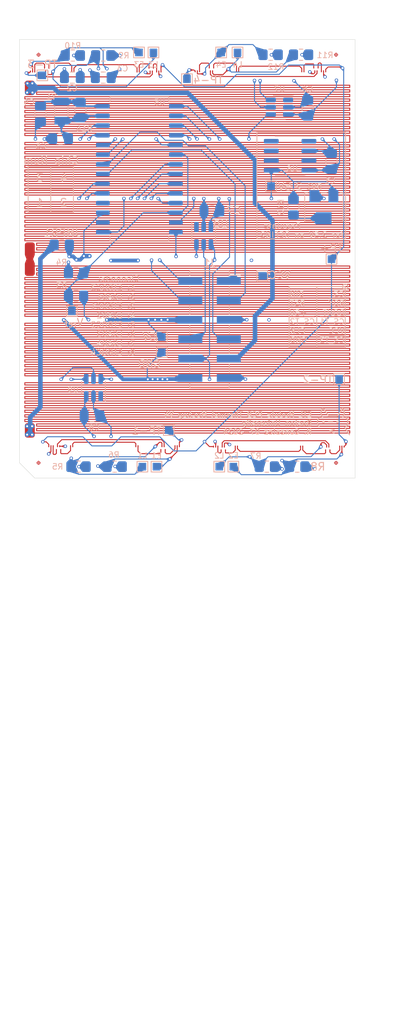
<source format=kicad_pcb>
(kicad_pcb (version 20221018) (generator pcbnew)
  (layers (0 "F.Cu" signal) (1 "In1.Cu" signal) (2 "In2.Cu" signal) (31 "B.Cu" signal) (34 "B.Paste" user) (35 "F.Paste" user) (36 "B.SilkS" user "B.Silkscreen") (37 "F.SilkS" user "F.Silkscreen") (38 "B.Mask" user) (39 "F.Mask" user) (44 "Edge.Cuts" user))
  (net 0 "")
  (net 1 "+5V")
  (net 2 "/CS")
  (net 3 "/~{RESET}")
  (net 4 "/~{RDY}")
  (net 5 "VCC")
  (net 6 "/DOUT")
  (net 7 "/DIN")
  (net 8 "/CLK")
  (net 9 "GND")
  (net 10 "Net-(JMPR1-Pad1)")
  (net 11 "/V_{ref}")
  (net 12 "/LGAD1")
  (net 13 "/ETROC1")
  (net 14 "Net-(U5-XTAL1)")
  (net 15 "Net-(U5-XTAL2)")
  (net 16 "/CS_T1")
  (net 17 "/CS_T2")
  (net 18 "/CS_T3")
  (net 19 "Net-(U1-ETROC_BL-)")
  (net 20 "/2.5V")
  (net 21 "Net-(R13-Pad2)")
  (net 22 "Net-(U1-ETROC_TL-)")
  (net 23 "Net-(U1-LGAD_BL-)")
  (net 24 "Net-(U1-LGAD_TL-)")
  (net 25 "Net-(U1-LGAD_BR+)")
  (net 26 "Net-(U1-ETROC_BR+)")
  (net 27 "Net-(R1-Pad2)")
  (net 28 "Net-(U2-ETROC_BL-)")
  (net 29 "Net-(U2-ETROC_TL-)")
  (net 30 "Net-(U2-LGAD_BL-)")
  (net 31 "Net-(U2-LGAD_TL-)")
  (net 32 "Net-(U2-LGAD_BR+)")
  (net 33 "/LGAD2")
  (net 34 "/ETROC2")
  (net 35 "Net-(U2-ETROC_BR+)")
  (net 36 "Net-(U3-ETROC_BL-)")
  (net 37 "Net-(U3-ETROC_TL-)")
  (net 38 "Net-(U3-LGAD_BL-)")
  (net 39 "/LGAD3")
  (net 40 "/ETROC3")
  (net 41 "Net-(U3-LGAD_TL-)")
  (net 42 "Net-(U3-LGAD_BR+)")
  (net 43 "Net-(U3-ETROC_BR+)")
  (net 44 "Net-(U4-ETROC_BL-)")
  (net 45 "/LGAD4")
  (net 46 "/ETROC4")
  (net 47 "Net-(U4-ETROC_TL-)")
  (net 48 "Net-(U4-LGAD_BL-)")
  (net 49 "Net-(U4-LGAD_TL-)")
  (net 50 "Net-(U4-LGAD_BR+)")
  (net 51 "Net-(U4-ETROC_BR+)")
  (net 62 "TP+")
  (net 63 "Net-(U1-VSS)")
  (net 64 "Net-(U2-VSS)")
  (net 65 "Net-(U3-VSS)")
  (net 66 "Net-(U4-VSS)")
  (footprint "MountingHole:MountingHole_2.2mm_M2" (layer "F.Cu") (at 22.05 55.9)
    (fp_text reference "REF**" hide)
    (fp_text value "MountingHole_2.2mm_M2" hide)
  )
  (footprint "unl_silab:crossed_circle_fiducial" (layer "F.Cu") (at 41.6 2)
    (fp_text reference "REF**" hide)
    (fp_text value "crossed_circle_fiducial" hide)
  )
  (footprint "unl_silab:PCB_ETROC2_dummy" (layer "F.Cu") (at 32.813329 50.738127)
    (fp_text reference "U2" hide)
    (fp_text value "ETROC_dummy_thermal_sensors" hide)
  )
  (footprint "unl_silab:PCB_ETROC2_dummy" (layer "F.Cu") (at 32.92 6.8 180)
    (fp_text reference "U4" hide)
    (fp_text value "ETROC_dummy_thermal_sensors" hide)
  )
  (footprint "unl_silab:PCB_ETROC2_dummy" (layer "F.Cu") (at 11.27 6.83 180)
    (fp_text reference "U3" hide)
    (fp_text value "ETROC_dummy_thermal_sensors" hide)
  )
  (footprint "unl_silab:crossed_circle_fiducial" (layer "F.Cu") (at 2.5 55.5)
    (fp_text reference "REF**" hide)
    (fp_text value "crossed_circle_fiducial" hide)
  )
  (footprint "unl_silab:crossed_circle_fiducial" (layer "F.Cu") (at 41.6 55.5)
    (fp_text reference "REF**" hide)
    (fp_text value "crossed_circle_fiducial" hide)
  )
  (footprint "MountingHole:MountingHole_2.2mm_M2" (layer "F.Cu") (at 22.05 1.6)
    (fp_text reference "REF**" hide)
    (fp_text value "MountingHole_2.2mm_M2" hide)
  )
  (footprint "unl_silab:PCB_ETROC2_dummy" (layer "F.Cu") (at 11.168329 50.688127)
    (fp_text reference "U1" hide)
    (fp_text value "ETROC_dummy_thermal_sensors" hide)
  )
  (footprint "unl_silab:ETROC_Heater_Serpantine" (layer "F.Cu") (at 22.15 29.095)
    (fp_text reference "R2" hide)
    (fp_text value "12.6")
  )
  (footprint "unl_silab:crossed_circle_fiducial" (layer "F.Cu") (at 2.5 2)
    (fp_text reference "REF**" hide)
    (fp_text value "crossed_circle_fiducial" hide)
  )
  (footprint "unl_silab:ETROC_Heater_Serpantine" (layer "F.Cu") (at 22.15 5.395)
    (fp_text reference "R1" hide)
    (fp_text value "12.6")
  )
  (footprint "Package_SO:SOIC-8_3.9x4.9mm_P1.27mm" (layer "B.Cu") (at 35.56 15.24 180)
    (fp_text reference "U6")
    (fp_text value "AD780")
  )
  (footprint "Connector_PinHeader_2.54mm:PinHeader_2x06_P2.54mm_Vertical_SMD" (layer "B.Cu") (at 24.975 38.02 180)
    (fp_text reference "J1")
    (fp_text value "Conn_02x06_Counter_Clockwise")
  )
  (footprint "TestPoint:TestPoint_Pad_1.0x1.0mm" (layer "B.Cu") (at 18.7 39 180)
    (fp_text reference "5V")
    (fp_text value "TestPoint")
  )
  (footprint "TestPoint:TestPoint_Pad_1.0x1.0mm" (layer "B.Cu") (at 15.7 1.7 180)
    (fp_text reference "E3")
    (fp_text value "TestPoint")
  )
  (footprint "Package_TO_SOT_SMD:SOT-23-6" (layer "B.Cu") (at 34.16 8.88 180)
    (fp_text reference "U7")
    (fp_text value "TMP121")
  )
  (footprint "Capacitor_SMD:C_0805_2012Metric_Pad1.18x1.45mm_HandSolder" (layer "B.Cu") (at 9.53 49.34 180)
    (fp_text reference "C8")
    (fp_text value "0.1uF")
  )
  (footprint "TestPoint:TestPoint_Pad_1.0x1.0mm" (layer "B.Cu") (at 28.65 1.7 180)
    (fp_text reference "L4")
    (fp_text value "TestPoint")
  )
  (footprint "Resistor_SMD:R_0805_2012Metric_Pad1.20x1.40mm_HandSolder" (layer "B.Cu") (at 36 22 -90)
    (fp_text reference "R13")
    (fp_text value "1M")
  )
  (footprint "Resistor_SMD:R_0805_2012Metric_Pad1.20x1.40mm_HandSolder" (layer "B.Cu") (at 32.5 56 180)
    (fp_text reference "R7")
    (fp_text value "1k")
  )
  (footprint "TestPoint:TestPoint_Pad_1.0x1.0mm" (layer "B.Cu") (at 3 4.7 180)
    (fp_text reference "TP-3")
    (fp_text value "TestPoint")
  )
  (footprint "Capacitor_SMD:C_0805_2012Metric_Pad1.18x1.45mm_HandSolder" (layer "B.Cu") (at 6.937829 5 180)
    (fp_text reference "C2")
    (fp_text value "0.1uF")
  )
  (footprint "Crystal:Crystal_SMD_3215-2Pin_3.2x1.5mm" (layer "B.Cu") (at 5.5 9.4 -90)
    (fp_text reference "Y1")
    (fp_text value "32kHz")
  )
  (footprint "Resistor_SMD:R_0805_2012Metric_Pad1.20x1.40mm_HandSolder" (layer "B.Cu") (at 11 2.1 180)
    (fp_text reference "R9")
    (fp_text value "1k")
  )
  (footprint "Capacitor_SMD:C_0805_2012Metric_Pad1.18x1.45mm_HandSolder" (layer "B.Cu") (at 11 5 180)
    (fp_text reference "C3")
    (fp_text value "10uF")
  )
  (footprint "Capacitor_SMD:C_0805_2012Metric_Pad1.18x1.45mm_HandSolder" (layer "B.Cu") (at 41 16 -90)
    (fp_text reference "C1")
    (fp_text value "1uF")
  )
  (footprint "TestPoint:TestPoint_Pad_1.0x1.0mm" (layer "B.Cu") (at 18.7 41 180)
    (fp_text reference "GND")
    (fp_text value "TestPoint")
  )
  (footprint "Resistor_SMD:R_0805_2012Metric_Pad1.20x1.40mm_HandSolder" (layer "B.Cu") (at 7.75 56 180)
    (fp_text reference "R5")
    (fp_text value "1k")
  )
  (footprint "Package_TO_SOT_SMD:SOT-23-6" (layer "B.Cu") (at 24.2 25.72 -90)
    (fp_text reference "U8")
    (fp_text value "TMP121")
  )
  (footprint "Capacitor_SMD:C_0805_2012Metric_Pad1.18x1.45mm_HandSolder" (layer "B.Cu") (at 37.87 9.01 -90)
    (fp_text reference "C6")
    (fp_text value "0.1uF")
  )
  (footprint "Capacitor_SMD:C_0805_2012Metric_Pad1.18x1.45mm_HandSolder" (layer "B.Cu") (at 2.75 9.75 -90)
    (fp_text reference "C4")
    (fp_text value "33pF")
  )
  (footprint "TestPoint:TestPoint_Pad_1.0x1.0mm" (layer "B.Cu") (at 16.15 56 180)
    (fp_text reference "L1")
    (fp_text value "TestPoint")
  )
  (footprint "Resistor_SMD:R_0805_2012Metric_Pad1.20x1.40mm_HandSolder" (layer "B.Cu") (at 8 9.25 -90)
    (fp_text reference "R14")
    (fp_text value "1M")
  )
  (footprint "TestPoint:TestPoint_Pad_1.0x1.0mm" (layer "B.Cu") (at 22 5.2 180)
    (fp_text reference "TP-4")
    (fp_text value "TestPoint")
  )
  (footprint "Resistor_SMD:R_0805_2012Metric_Pad1.20x1.40mm_HandSolder" (layer "B.Cu") (at 5.55 26.94)
    (fp_text reference "JMPR1")
    (fp_text value "0")
  )
  (footprint "Package_TO_SOT_SMD:SOT-23-6" (layer "B.Cu") (at 9.72 45.63 90)
    (fp_text reference "U9")
    (fp_text value "TMP121")
  )
  (footprint "TestPoint:TestPoint_Pad_1.0x1.0mm" (layer "B.Cu") (at 19.6 51.2 180)
    (fp_text reference "TP-1")
    (fp_text value "TestPoint")
  )
  (footprint "TestPoint:TestPoint_Pad_1.0x1.0mm" (layer "B.Cu") (at 26.5 1.7 180)
    (fp_text reference "E4")
    (fp_text value "TestPoint")
  )
  (footprint "Resistor_SMD:R_0805_2012Metric_Pad1.20x1.40mm_HandSolder" (layer "B.Cu") (at 7.43 33.62 180)
    (fp_text reference "R3")
    (fp_text value "40k")
  )
  (footprint "TestPoint:TestPoint_Pad_1.0x1.0mm" (layer "B.Cu") (at 41 28.8 180)
    (fp_text reference "TP+")
    (fp_text value "TestPoint")
  )
  (footprint "TestPoint:TestPoint_Pad_1.0x1.0mm" (layer "B.Cu") (at 17.6 1.7 180)
    (fp_text reference "L3")
    (fp_text value "TestPoint")
  )
  (footprint "Resistor_SMD:R_0805_2012Metric_Pad1.20x1.40mm_HandSolder" (layer "B.Cu") (at 7 2.1 180)
    (fp_text reference "R10")
    (fp_text value "1k")
  )
  (footprint "TestPoint:TestPoint_Pad_1.0x1.0mm" (layer "B.Cu") (at 18 56 180)
    (fp_text reference "E1")
    (fp_text value "TestPoint")
  )
  (footprint "Resistor_SMD:R_0805_2012Metric_Pad1.20x1.40mm_HandSolder" (layer "B.Cu") (at 33 2 180)
    (fp_text reference "R12")
    (fp_text value "1k")
  )
  (footprint "Resistor_SMD:R_0805_2012Metric_Pad1.20x1.40mm_HandSolder" (layer "B.Cu") (at 12.5 56 180)
    (fp_text reference "R6")
    (fp_text value "1k")
  )
  (footprint "TestPoint:TestPoint_Pad_1.0x1.0mm" (layer "B.Cu") (at 42 44.5 180)
    (fp_text reference "TP-2")
    (fp_text value "TestPoint")
  )
  (footprint "Resistor_SMD:R_0805_2012Metric_Pad1.20x1.40mm_HandSolder" (layer "B.Cu") (at 7.43 30.62 180)
    (fp_text reference "R4")
    (fp_text value "40k")
  )
  (footprint "Capacitor_SMD:C_0805_2012Metric_Pad1.18x1.45mm_HandSolder" (layer "B.Cu") (at 5.4 13.01 180)
    (fp_text reference "C5")
    (fp_text value "33pF")
  )
  (footprint "TestPoint:TestPoint_Pad_1.0x1.0mm" (layer "B.Cu") (at 26.25 56 180)
    (fp_text reference "L2")
    (fp_text value "TestPoint")
  )
  (footprint "Capacitor_SMD:C_0805_2012Metric_Pad1.18x1.45mm_HandSolder" (layer "B.Cu") (at 25.28 22.46)
    (fp_text reference "C7")
    (fp_text value "0.1uF")
  )
  (footprint "TestPoint:TestPoint_Pad_1.0x1.0mm" (layer "B.Cu") (at 33.06 19.22 180)
    (fp_text reference "2.5V")
    (fp_text value "TestPoint")
  )
  (footprint "TestPoint:TestPoint_Pad_1.0x1.0mm" (layer "B.Cu") (at 28.1 56 180)
    (fp_text reference "E2")
    (fp_text value "TestPoint")
  )
  (footprint "TestPoint:TestPoint_Pad_1.0x1.0mm" (layer "B.Cu") (at 31.9 31)
    (fp_text reference "VCC")
    (fp_text value "TestPoint")
  )
  (footprint "TestPoint:TestPoint_Pad_1.0x1.0mm" (layer "B.Cu") (at 6.88 35.62 180)
    (fp_text reference "V_{ref}")
    (fp_text value "TestPoint")
  )
  (footprint "Package_SO:SOIC-28W_7.5x18.7mm_P1.27mm" (layer "B.Cu") (at 15.75 17 180)
    (fp_text reference "U5")
    (fp_text value "AD77x8")
  )
  (footprint "Potentiometer_SMD:Potentiometer_Bourns_3224W_Vertical" (layer "B.Cu") (at 40 22 180)
    (fp_text reference "RV1")
    (fp_text value "25k")
  )
  (footprint "Resistor_SMD:R_0805_2012Metric_Pad1.20x1.40mm_HandSolder" (layer "B.Cu") (at 37 2 180)
    (fp_text reference "R11")
    (fp_text value "1k")
  )
  (footprint "Resistor_SMD:R_0805_2012Metric_Pad1.20x1.40mm_HandSolder" (layer "B.Cu") (at 36.5 56 180)
    (fp_text reference "R8")
    (fp_text value "1k")
  )
  (gr_line (start 4.105 16.63) (end 4.105 22.63) (stroke (width 0.12)) (layer "B.SilkS"))
  (gr_rect (start 35.43 32.405) (end 42.8 40.395) (stroke (width 0.12)) (fill none) (layer "B.SilkS"))
  (gr_rect (start 31.2 12.15) (end 42.85 26.15) (stroke (width 0.12)) (fill none) (layer "B.SilkS"))
  (gr_line (start 39.07 32.415) (end 39.07 40.405) (stroke (width 0.12)) (layer "B.SilkS"))
  (gr_line (start 1.13 19.63) (end 7.08 19.63) (stroke (width 0.12)) (layer "B.SilkS"))
  (gr_circle (center 42.8 32.405) (end 43.05 32.155) (stroke (width 0.12)) (fill none) (layer "B.SilkS"))
  (gr_rect (start 1.13 16.63) (end 7.08 22.63) (stroke (width 0.12)) (fill none) (layer "B.SilkS"))
  (gr_line (start 0 0) (end 0 55.5) (stroke (width 0.05)) (layer "Edge.Cuts"))
  (gr_line (start 2 57.5) (end 0 55.5) (stroke (width 0.05)) (layer "Edge.Cuts"))
  (gr_line (start 44.1 57.5) (end 2 57.5) (stroke (width 0.05)) (layer "Edge.Cuts"))
  (gr_line (start 0 0) (end 44.1 0) (stroke (width 0.05)) (layer "Edge.Cuts"))
  (gr_line (start 44.1 0) (end 44.1 57.5) (stroke (width 0.05)) (layer "Edge.Cuts"))
  (gr_text "1" (at 2.63 21.38) (layer "B.SilkS") (effects (font (size 1 1)) (justify mirror)))
  (gr_text "~{CS}\n~{RDY}\nDOUT\n~{CS_T1}\nVCC\n~{CS_T3}  " (at 42.8 36.4) (layer "B.SilkS") (effects (font (size 0.75 0.75) (thickness 0.1125)) (justify left mirror)))
  (gr_text "3" (at 2.63 18.13) (layer "B.SilkS") (effects (font (size 1 1)) (justify mirror)))
  (gr_text "Channels:\n 1: ETROC3\n 2: LGAD1\n 3: ETROC1\n 4: LGAD2\n 5: ETROC2\n 6: LGAD3\n 7: LGAD4\n 8: ETROC4" (at 15.87 36.18) (layer "B.SilkS") (effects (font (size 0.75 0.75) (thickness 0.1125)) (justify left mirror)))
  (gr_text "DIN\n~{RST}\n+5V\n~{CS_T2}\nCLK\nGND" (at 35.43 36.4) (layer "B.SilkS") (effects (font (size 0.75 0.75) (thickness 0.1125)) (justify right mirror)))
  (gr_text "         Populate\nfor 2.5V on REFIN2" (at 37.1 25.01) (layer "B.SilkS") (effects (font (size 0.75 0.75) (thickness 0.1125)) (justify mirror)))
  (gr_text "2" (at 5.78 21.38) (layer "B.SilkS") (effects (font (size 1 1)) (justify mirror)))
  (gr_text "Chip Num" (at 4.155 15.85) (layer "B.SilkS") (effects (font (size 1 1)) (justify mirror)))
  (gr_text locked "ETL Module PCB Thermal Mockup V4\nBoston University\nN. Gonzalez 07-2024" (at 38.53 50.29) (layer "B.SilkS") (effects (font (size 0.7 0.7)) (justify left mirror)))
  (gr_text "4" (at 5.83 18.13) (layer "B.SilkS") (effects (font (size 1 1)) (justify mirror)))
  (gr_text "     (\\__/)\n     ( •-•)\n  /  >" (at 42.58 50.09) (layer "B.SilkS") (effects (font (size 0.75 0.75) (thickness 0.15) bold) (justify mirror)))
  (via (at 13.19 2.1) (size 0.4573) (drill 0.254) (layers "F.Cu" "B.Cu") (net 1))
  (via (at 18.64 36.75) (size 0.4573) (drill 0.254) (layers "F.Cu" "B.Cu") (net 1))
  (via (at 37.13 2) (size 0.4573) (drill 0.254) (layers "F.Cu" "B.Cu") (net 1))
  (via (at 15.57 28.97) (size 0.4573) (drill 0.254) (layers "F.Cu" "B.Cu") (net 1))
  (via (at 26.18 20.85) (size 0.4573) (drill 0.254) (layers "F.Cu" "B.Cu") (net 1))
  (via (at 13.15 3.88) (size 0.4573) (drill 0.254) (layers "F.Cu" "B.Cu") (net 1))
  (via (at 12.56 55.97) (size 0.4573) (drill 0.254) (layers "F.Cu" "B.Cu") (net 1))
  (via (at 7.97 3.97) (size 0.4573) (drill 0.254) (layers "F.Cu" "B.Cu") (net 1))
  (via (at 16.96 36.75) (size 0.4573) (drill 0.254) (layers "F.Cu" "B.Cu") (net 1))
  (via (at 17.82 36.74) (size 0.4573) (drill 0.254) (layers "F.Cu" "B.Cu") (net 1))
  (via (at 41.65 5.34) (size 0.4573) (drill 0.254) (layers "F.Cu" "B.Cu") (net 1))
  (via (at 9.8 52.04) (size 0.4573) (drill 0.254) (layers "F.Cu" "B.Cu") (net 1))
  (via (at 7.965 13.055) (size 0.4573) (drill 0.254) (layers "F.Cu" "B.Cu") (net 1))
  (via (at 38.8 56.3) (size 0.4573) (drill 0.254) (layers "F.Cu" "B.Cu") (net 1))
  (via (at 9.07 36.74) (size 0.4573) (drill 0.254) (layers "F.Cu" "B.Cu") (net 1))
  (via (at 11.47 36.75) (size 0.4573) (drill 0.254) (layers "F.Cu" "B.Cu") (net 1))
  (via (at 7.8 56) (size 0.4573) (drill 0.254) (layers "F.Cu" "B.Cu") (net 1))
  (via (at 19.46 36.74) (size 0.4573) (drill 0.254) (layers "F.Cu" "B.Cu") (net 1))
  (via (at 7.13 2.09) (size 0.4573) (drill 0.254) (layers "F.Cu" "B.Cu") (net 1))
  (via (at 23.34 13.04) (size 0.4573) (drill 0.254) (layers "F.Cu" "B.Cu") (net 1))
  (via (at 34.5 56.3) (size 0.4573) (drill 0.254) (layers "F.Cu" "B.Cu") (net 1))
  (via (at 12.01 28.98) (size 0.4573) (drill 0.254) (layers "F.Cu" "B.Cu") (net 1))
  (via (at 39.8 13.05) (size 0.4573) (drill 0.254) (layers "F.Cu" "B.Cu") (net 1))
  (via (at 33.11 2.01) (size 0.4573) (drill 0.254) (layers "F.Cu" "B.Cu") (net 1))
  (segment (start 37.5 56) (end 37.8 56.3) (width 0.127) (layer "B.Cu") (net 1))
  (segment (start 20.55 11.285) (end 21.585 11.285) (width 0.127) (layer "B.Cu") (net 1))
  (segment (start 41 14.9625) (end 41 14.25) (width 0.127) (layer "B.Cu") (net 1))
  (segment (start 19.49 36.75) (end 19.46 36.72) (width 0.127) (layer "B.Cu") (net 1))
  (segment (start 8.4925 49.34) (end 8.57 49.2625) (width 0.127) (layer "B.Cu") (net 1))
  (segment (start 33.5 56) (end 34.2 56) (width 0.127) (layer "B.Cu") (net 1))
  (segment (start 26.18 22.3225) (end 26.3175 22.46) (width 0.127) (layer "B.Cu") (net 1))
  (segment (start 12.01 28.98) (end 15.56 28.98) (width 0.5) (layer "B.Cu") (net 1))
  (segment (start 35.2975 9.83) (end 37.6525 9.83) (width 0.127) (layer "B.Cu") (net 1))
  (segment (start 25.15 23.6275) (end 26.3175 22.46) (width 0.127) (layer "B.Cu") (net 1))
  (segment (start 8.51 33.7) (end 8.51 36.21) (width 0.127) (layer "B.Cu") (net 1))
  (segment (start 37.6525 9.83) (end 37.87 10.0475) (width 0.127) (layer "B.Cu") (net 1))
  (segment (start 12 2.1) (end 13.19 2.1) (width 0.127) (layer "B.Cu") (net 1))
  (segment (start 7.14 2.1) (end 7.13 2.09) (width 0.127) (layer "B.Cu") (net 1))
  (segment (start 26.18 20.85) (end 26.18 22.3225) (width 0.127) (layer "B.Cu") (net 1))
  (segment (start 18.64 36.75) (end 17.83 36.75) (width 0.5) (layer "B.Cu") (net 1))
  (segment (start 15.56 28.98) (end 15.57 28.97) (width 0.5) (layer "B.Cu") (net 1))
  (segment (start 25.15 24.5825) (end 25.15 23.6275) (width 0.127) (layer "B.Cu") (net 1))
  (segment (start 10.95 11.285) (end 9.735 11.285) (width 0.127) (layer "B.Cu") (net 1))
  (segment (start 33.12 2) (end 33.11 2.01) (width 0.127) (layer "B.Cu") (net 1))
  (segment (start 17.83 36.75) (end 17.82 36.74) (width 0.127) (layer "B.Cu") (net 1))
  (segment (start 16.97 36.74) (end 16.96 36.75) (width 0.127) (layer "B.Cu") (net 1))
  (segment (start 34 2) (end 33.12 2) (width 0.127) (layer "B.Cu") (net 1))
  (segment (start 16.96 36.75) (end 16.96 37.26) (width 0.127) (layer "B.Cu") (net 1))
  (segment (start 8.4925 50.7125) (end 9.8 52.02) (width 0.127) (layer "B.Cu") (net 1))
  (segment (start 37.87 10.0475) (end 41.65 6.2675) (width 0.127) (layer "B.Cu") (net 1))
  (segment (start 22.45 36.75) (end 19.49 36.75) (width 0.6) (layer "B.Cu") (net 1))
  (segment (start 38.035 14.605) (end 40.6425 14.605) (width 0.127) (layer "B.Cu") (net 1))
  (segment (start 7.975329 3.975329) (end 7.97 3.97) (width 0.127) (layer "B.Cu") (net 1))
  (segment (start 12.0375 4.9925) (end 13.15 3.88) (width 0.127) (layer "B.Cu") (net 1))
  (segment (start 19.46 36.74) (end 18.65 36.74) (width 0.5) (layer "B.Cu") (net 1))
  (segment (start 16.96 37.26) (end 18.7 39) (width 0.127) (layer "B.Cu") (net 1))
  (segment (start 41.65 6.2675) (end 41.65 5.34) (width 0.127) (layer "B.Cu") (net 1))
  (segment (start 21.585 11.285) (end 23.34 13.04) (width 0.127) (layer "B.Cu") (net 1))
  (segment (start 15.46 28.86) (end 15.57 28.97) (width 0.127) (layer "B.Cu") (net 1))
  (segment (start 8.75 56) (end 7.8 56) (width 0.127) (layer "B.Cu") (net 1))
  (segment (start 34.2 56) (end 34.5 56.3) (width 0.127) (layer "B.Cu") (net 1))
  (segment (start 9.735 11.285) (end 7.95 13.07) (width 0.127) (layer "B.Cu") (net 1))
  (segment (start 8.57 49.2625) (end 8.57 46.9675) (width 0.127) (layer "B.Cu") (net 1))
  (segment (start 8.51 36.21) (end 9.05 36.75) (width 0.127) (layer "B.Cu") (net 1))
  (segment (start 8.4925 49.34) (end 8.4925 50.7125) (width 0.127) (layer "B.Cu") (net 1))
  (segment (start 38 2) (end 37.13 2) (width 0.127) (layer "B.Cu") (net 1))
  (segment (start 41 14.25) (end 39.8 13.05) (width 0.127) (layer "B.Cu") (net 1))
  (segment (start 12.0375 5) (end 12.0375 4.9925) (width 0.127) (layer "B.Cu") (net 1))
  (segment (start 37.8 56.3) (end 38.8 56.3) (width 0.127) (layer "B.Cu") (net 1))
  (segment (start 16.96 36.75) (end 11.47 36.75) (width 0.5) (layer "B.Cu") (net 1))
  (segment (start 8.43 33.62) (end 8.51 33.7) (width 0.127) (layer "B.Cu") (net 1))
  (segment (start 17.82 36.74) (end 16.97 36.74) (width 0.5) (layer "B.Cu") (net 1))
  (segment (start 40.6425 14.605) (end 41 14.9625) (width 0.127) (layer "B.Cu") (net 1))
  (segment (start 8 2.1) (end 7.14 2.1) (width 0.127) (layer "B.Cu") (net 1))
  (segment (start 12.59 56) (end 12.56 55.97) (width 0.127) (layer "B.Cu") (net 1))
  (segment (start 18.65 36.74) (end 18.64 36.75) (width 0.127) (layer "B.Cu") (net 1))
  (segment (start 13.5 56) (end 12.59 56) (width 0.127) (layer "B.Cu") (net 1))
  (segment (start 7.975329 5) (end 7.975329 3.975329) (width 0.127) (layer "B.Cu") (net 1))
  (segment (start 8.57 46.9675) (end 8.77 46.7675) (width 0.127) (layer "B.Cu") (net 1))
  (segment (start 28.33 18.95) (end 23.86 14.48) (width 0.127) (layer "B.Cu") (net 2))
  (segment (start 28.33 30.87) (end 28.33 18.95) (width 0.127) (layer "B.Cu") (net 2))
  (segment (start 14.74 14.48) (end 11.585 17.635) (width 0.127) (layer "B.Cu") (net 2))
  (segment (start 11.585 17.635) (end 10.95 17.635) (width 0.127) (layer "B.Cu") (net 2))
  (segment (start 27.5 31.67) (end 27.53 31.67) (width 0.127) (layer "B.Cu") (net 2))
  (segment (start 27.53 31.67) (end 28.33 30.87) (width 0.127) (layer "B.Cu") (net 2))
  (segment (start 23.86 14.48) (end 14.74 14.48) (width 0.127) (layer "B.Cu") (net 2))
  (via (at 17.35 28.92) (size 0.4573) (drill 0.254) (layers "F.Cu" "B.Cu") (net 3))
  (via (at 8.85 20.84) (size 0.4573) (drill 0.254) (layers "F.Cu" "B.Cu") (net 3))
  (segment (start 17.35 28.92) (end 17.35 30.304) (width 0.127) (layer "B.Cu") (net 3))
  (segment (start 9.515 20.175) (end 8.83 20.86) (width 0.127) (layer "B.Cu") (net 3))
  (segment (start 10.95 20.175) (end 9.515 20.175) (width 0.127) (layer "B.Cu") (net 3))
  (segment (start 17.35 30.304) (end 21.256 34.21) (width 0.127) (layer "B.Cu") (net 3))
  (segment (start 21.256 34.21) (end 22.45 34.21) (width 0.127) (layer "B.Cu") (net 3))
  (segment (start 28.67 34.21) (end 27.5 34.21) (width 0.127) (layer "B.Cu") (net 4))
  (segment (start 29.65 33.17) (end 29.68 33.2) (width 0.127) (layer "B.Cu") (net 4))
  (segment (start 18.07 12.12) (end 19.17 13.22) (width 0.127) (layer "B.Cu") (net 4))
  (segment (start 29.65 19.16) (end 29.65 33.17) (width 0.127) (layer "B.Cu") (net 4))
  (segment (start 22.19 13.94) (end 24.43 13.94) (width 0.127) (layer "B.Cu") (net 4))
  (segment (start 15.84 12.12) (end 18.07 12.12) (width 0.127) (layer "B.Cu") (net 4))
  (segment (start 10.95 16.365) (end 11.595 16.365) (width 0.127) (layer "B.Cu") (net 4))
  (segment (start 24.43 13.94) (end 29.65 19.16) (width 0.127) (layer "B.Cu") (net 4))
  (segment (start 21.47 13.22) (end 22.19 13.94) (width 0.127) (layer "B.Cu") (net 4))
  (segment (start 11.595 16.365) (end 15.84 12.12) (width 0.127) (layer "B.Cu") (net 4))
  (segment (start 29.68 33.2) (end 28.67 34.21) (width 0.127) (layer "B.Cu") (net 4))
  (segment (start 19.17 13.22) (end 21.47 13.22) (width 0.127) (layer "B.Cu") (net 4))
  (segment (start 0.6975 5.695) (end 0.85 5.8475) (width 0.127) (layer "F.Cu") (net 5))
  (segment (start 1.431329 6.018671) (end 1.431329 6.263671) (width 0.127) (layer "F.Cu") (net 5))
  (segment (start 1.431329 6.263671) (end 1.35 6.345) (width 0.127) (layer "F.Cu") (net 5))
  (via (at 1.037329 5.752873) (size 0.4573) (drill 0.254) (layers "F.Cu" "B.Cu") (net 5))
  (via (at 1.682329 5.752873) (size 0.4573) (drill 0.254) (layers "F.Cu" "B.Cu") (net 5))
  (via (at 1 6.95) (size 0.4573) (drill 0.254) (layers "F.Cu" "B.Cu") (net 5))
  (via (at 1.7 6.95) (size 0.4573) (drill 0.254) (layers "F.Cu" "B.Cu") (net 5))
  (segment (start 30.95 36.24) (end 30.95 39.455) (width 0.6) (layer "B.Cu") (net 5))
  (segment (start 33.24 31) (end 33.24 23.71) (width 0.6) (layer "B.Cu") (net 5))
  (segment (start 1.037329 5.752873) (end 1.037329 5.777329) (width 0.127) (layer "B.Cu") (net 5))
  (segment (start 2.274456 6.375544) (end 1.7 6.95) (width 0.6) (layer "B.Cu") (net 5))
  (segment (start 30.95 21.49) (end 30.95 15.83) (width 0.6) (layer "B.Cu") (net 5))
  (segment (start 1.605 6.345) (end 2.274456 6.345) (width 0.6) (layer "B.Cu") (net 5))
  (segment (start 30.95 36.24) (end 33.24 33.95) (width 0.6) (layer "B.Cu") (net 5))
  (segment (start 4.495 6.345) (end 2.274456 6.345) (width 0.6) (layer "B.Cu") (net 5))
  (segment (start 22.12 7) (end 5.15 7) (width 0.6) (layer "B.Cu") (net 5))
  (segment (start 33.24 33.95) (end 33.24 31) (width 0.6) (layer "B.Cu") (net 5))
  (segment (start 30.95 15.83) (end 22.12 7) (width 0.6) (layer "B.Cu") (net 5))
  (segment (start 28.575 41.83) (end 27.5 41.83) (width 0.6) (layer "B.Cu") (net 5))
  (segment (start 33.24 23.71) (end 31.02 21.49) (width 0.6) (layer "B.Cu") (net 5))
  (segment (start 1 6.95) (end 1.605 6.345) (width 0.6) (layer "B.Cu") (net 5))
  (segment (start 30.95 39.455) (end 28.575 41.83) (width 0.6) (layer "B.Cu") (net 5))
  (segment (start 31.9 31) (end 33.24 31) (width 0.127) (layer "B.Cu") (net 5))
  (segment (start 2.274456 6.345) (end 1.682329 5.752873) (width 0.6) (layer "B.Cu") (net 5))
  (segment (start 31.02 21.49) (end 30.95 21.49) (width 0.6) (layer "B.Cu") (net 5))
  (segment (start 5.15 7) (end 4.495 6.345) (width 0.6) (layer "B.Cu") (net 5))
  (segment (start 1.037329 5.777329) (end 1.605 6.345) (width 0.6) (layer "B.Cu") (net 5))
  (segment (start 2.274456 6.345) (end 2.274456 6.375544) (width 0.127) (layer "B.Cu") (net 5))
  (via (at 29.86 36.74) (size 0.4573) (drill 0.254) (layers "F.Cu" "B.Cu") (net 6))
  (via (at 12.07 44.55) (size 0.4573) (drill 0.254) (layers "F.Cu" "B.Cu") (net 6))
  (via (at 31.62 5.4) (size 0.4573) (drill 0.254) (layers "F.Cu" "B.Cu") (net 6))
  (via (at 30.48 28.95) (size 0.4573) (drill 0.254) (layers "F.Cu" "B.Cu") (net 6))
  (via (at 13.57 13.07) (size 0.4573) (drill 0.254) (layers "F.Cu" "B.Cu") (net 6))
  (via (at 23.24 28.43) (size 0.4573) (drill 0.254) (layers "F.Cu" "B.Cu") (net 6))
  (segment (start 12.07 44.55) (end 12.0125 44.4925) (width 0.127) (layer "B.Cu") (net 6))
  (segment (start 12.0125 44.4925) (end 10.67 44.4925) (width 0.127) (layer "B.Cu") (net 6))
  (segment (start 13.57 13.07) (end 13.51 13.13) (width 0.127) (layer "B.Cu") (net 6))
  (segment (start 23.25 28.42) (end 23.24 28.43) (width 0.127) (layer "B.Cu") (net 6))
  (segment (start 29.85 36.75) (end 29.86 36.74) (width 0.127) (layer "B.Cu") (net 6))
  (segment (start 11.545 15.095) (end 10.95 15.095) (width 0.127) (layer "B.Cu") (net 6))
  (segment (start 31.62 6.92) (end 32.63 7.93) (width 0.127) (layer "B.Cu") (net 6))
  (segment (start 27.5 36.75) (end 29.85 36.75) (width 0.127) (layer "B.Cu") (net 6))
  (segment (start 13.51 13.13) (end 11.545 15.095) (width 0.127) (layer "B.Cu") (net 6))
  (segment (start 23.25 26.8575) (end 23.25 28.42) (width 0.127) (layer "B.Cu") (net 6))
  (segment (start 32.63 7.93) (end 33.0225 7.93) (width 0.127) (layer "B.Cu") (net 6))
  (segment (start 31.62 5.4) (end 31.62 6.92) (width 0.127) (layer "B.Cu") (net 6))
  (segment (start 13.51 13.12) (end 13.57 13.07) (width 0.127) (layer "B.Cu") (net 6))
  (via (at 18.42 28.92) (size 0.4573) (drill 0.254) (layers "F.Cu" "B.Cu") (net 7))
  (via (at 12.59 13.04) (size 0.4573) (drill 0.254) (layers "F.Cu" "B.Cu") (net 7))
  (segment (start 11.805 13.825) (end 12.59 13.04) (width 0.127) (layer "B.Cu") (net 7))
  (segment (start 18.42 28.92) (end 21.17 31.67) (width 0.127) (layer "B.Cu") (net 7))
  (segment (start 10.95 13.825) (end 11.805 13.825) (width 0.127) (layer "B.Cu") (net 7))
  (segment (start 21.17 31.67) (end 22.45 31.67) (width 0.127) (layer "B.Cu") (net 7))
  (via (at 32.79 36.76) (size 0.4573) (drill 0.254) (layers "F.Cu" "B.Cu") (net 8))
  (via (at 25.64 28.91) (size 0.4573) (drill 0.254) (layers "F.Cu" "B.Cu") (net 8))
  (via (at 7.81 20.84) (size 0.4573) (drill 0.254) (layers "F.Cu" "B.Cu") (net 8))
  (via (at 6.79 44.55) (size 0.4573) (drill 0.254) (layers "F.Cu" "B.Cu") (net 8))
  (via (at 30.15 13.04) (size 0.4573) (drill 0.254) (layers "F.Cu" "B.Cu") (net 8))
  (via (at 24.97 44.56) (size 0.4573) (drill 0.254) (layers "F.Cu" "B.Cu") (net 8))
  (segment (start 6.79 44.55) (end 8.7125 44.55) (width 0.127) (layer "B.Cu") (net 8))
  (segment (start 8.7125 44.55) (end 8.77 44.4925) (width 0.127) (layer "B.Cu") (net 8))
  (segment (start 32.588 9.83) (end 33.0225 9.83) (width 0.127) (layer "B.Cu") (net 8))
  (segment (start 24.97 41.36) (end 24.97 41.35) (width 0.127) (layer "B.Cu") (net 8))
  (segment (start 22.45 41.83) (end 23.54 41.83) (width 0.2) (layer "B.Cu") (net 8))
  (segment (start 30.15 12.268) (end 32.588 9.83) (width 0.127) (layer "B.Cu") (net 8))
  (segment (start 24.5 41.83) (end 24.97 41.36) (width 0.127) (layer "B.Cu") (net 8))
  (segment (start 24.97 29.58) (end 25.64 28.91) (width 0.127) (layer "B.Cu") (net 8))
  (segment (start 25.64 27.67) (end 25.64 28.91) (width 0.127) (layer "B.Cu") (net 8))
  (segment (start 24.97 41.35) (end 24.97 29.58) (width 0.127) (layer "B.Cu") (net 8))
  (segment (start 9.725 18.905) (end 7.82 20.81) (width 0.127) (layer "B.Cu") (net 8))
  (segment (start 25.15 26.8575) (end 25.39 27.0975) (width 0.127) (layer "B.Cu") (net 8))
  (segment (start 10.95 18.905) (end 9.725 18.905) (width 0.127) (layer "B.Cu") (net 8))
  (segment (start 24.97 43.29) (end 24.97 44.56) (width 0.127) (layer "B.Cu") (net 8))
  (segment (start 22.45 41.83) (end 24.5 41.83) (width 0.127) (layer "B.Cu") (net 8))
  (segment (start 30.15 13.04) (end 30.15 12.268) (width 0.127) (layer "B.Cu") (net 8))
  (segment (start 24.97 42.3) (end 24.97 43.29) (width 0.127) (layer "B.Cu") (net 8))
  (segment (start 24.5 41.83) (end 24.97 42.3) (width 0.127) (layer "B.Cu") (net 8))
  (segment (start 25.39 27.42) (end 25.64 27.67) (width 0.127) (layer "B.Cu") (net 8))
  (segment (start 25.39 27.0975) (end 25.39 27.42) (width 0.127) (layer "B.Cu") (net 8))
  (segment (start 17.161329 4.5) (end 16.75 4.5) (width 0.127) (layer "F.Cu") (net 9))
  (segment (start 27.4 52.9) (end 27.6 53.1) (width 0.127) (layer "F.Cu") (net 9))
  (segment (start 6.02 53.33) (end 5.275544 53.33) (width 0.127) (layer "F.Cu") (net 9))
  (segment (start 25.779671 53.331873) (end 25.779671 52.779671) (width 0.127) (layer "F.Cu") (net 9))
  (segment (start 26.923671 53.331873) (end 26.923671 52.976329) (width 0.127) (layer "F.Cu") (net 9))
  (segment (start 26.923671 52.976329) (end 27 52.9) (width 0.127) (layer "F.Cu") (net 9))
  (segment (start 18.305329 4.168127) (end 18.305329 4.605329) (width 0.127) (layer "F.Cu") (net 9))
  (segment (start 17.161329 4.168127) (end 17.161329 4.5) (width 0.127) (layer "F.Cu") (net 9))
  (segment (start 39.955329 4.705329) (end 40.15 4.9) (width 0.127) (layer "F.Cu") (net 9))
  (segment (start 39.955329 4.168127) (end 39.955329 4.705329) (width 0.127) (layer "F.Cu") (net 9))
  (segment (start 4.129671 53.331873) (end 4.129671 54.030329) (width 0.127) (layer "F.Cu") (net 9))
  (segment (start 25.779671 52.779671) (end 25.7 52.7) (width 0.127) (layer "F.Cu") (net 9))
  (segment (start 38.65 4.5) (end 38.4 4.5) (width 0.127) (layer "F.Cu") (net 9))
  (segment (start 16.75 4.5) (end 16.55 4.3) (width 0.127) (layer "F.Cu") (net 9))
  (segment (start 38.811329 4.168127) (end 38.811329 4.338671) (width 0.127) (layer "F.Cu") (net 9))
  (segment (start 16.55 4.3) (end 16.5 4.25) (width 0.127) (layer "F.Cu") (net 9))
  (segment (start 38.811329 4.338671) (end 38.65 4.5) (width 0.127) (layer "F.Cu") (net 9))
  (segment (start 27 52.9) (end 27.4 52.9) (width 0.127) (layer "F.Cu") (net 9))
  (segment (start 5.275544 53.33) (end 5.273671 53.331873) (width 0.127) (layer "F.Cu") (net 9))
  (segment (start 18.53 4.83) (end 18.54 4.83) (width 0.127) (layer "F.Cu") (net 9))
  (segment (start 18.54 4.84) (end 18.5 4.8) (width 0.127) (layer "F.Cu") (net 9))
  (segment (start 4.129671 54.030329) (end 3.83 54.33) (width 0.127) (layer "F.Cu") (net 9))
  (segment (start 38.4 4.5) (end 38.15 4.25) (width 0.127) (layer "F.Cu") (net 9))
  (segment (start 18.54 4.83) (end 18.54 4.84) (width 0.127) (layer "F.Cu") (net 9))
  (segment (start 18.305329 4.605329) (end 18.53 4.83) (width 0.127) (layer "F.Cu") (net 9))
  (via (at 3.83 54.33) (size 0.4573) (drill 0.254) (layers "F.Cu" "B.Cu") (net 9))
  (via (at 20.574 28.45) (size 0.4573) (drill 0.254) (layers "F.Cu" "B.Cu") (net 9))
  (via (at 3.27 13.05) (size 0.4573) (drill 0.254) (layers "F.Cu" "B.Cu") (net 9))
  (via (at 16.55 4.3) (size 0.4573) (drill 0.254) (layers "F.Cu" "B.Cu") (net 9))
  (via (at 36.07 5.41) (size 0.4573) (drill 0.254) (layers "F.Cu" "B.Cu") (net 9))
  (via (at 38.15 4.25) (size 0.4573) (drill 0.254) (layers "F.Cu" "B.Cu") (net 9))
  (via (at 12.03 52.03) (size 0.4573) (drill 0.254) (layers "F.Cu" "B.Cu") (net 9))
  (via (at 25.7 52.7) (size 0.4573) (drill 0.254) (layers "F.Cu" "B.Cu") (net 9))
  (via (at 17.49 44.54) (size 0.4573) (drill 0.254) (layers "F.Cu" "B.Cu") (net 9))
  (via (at 16.86 44.55) (size 0.4573) (drill 0.254) (layers "F.Cu" "B.Cu") (net 9))
  (via (at 2.09 13.05) (size 0.4573) (drill 0.254) (layers "F.Cu" "B.Cu") (net 9))
  (via (at 18.79 44.54) (size 0.4573) (drill 0.254) (layers "F.Cu" "B.Cu") (net 9))
  (via (at 27.6 53.1) (size 0.4573) (drill 0.254) (layers "F.Cu" "B.Cu") (net 9))
  (via (at 8.46 28.39) (size 0.4573) (drill 0.254) (layers "F.Cu" "B.Cu") (net 9))
  (via (at 24.22 20.85) (size 0.4573) (drill 0.254) (layers "F.Cu" "B.Cu") (net 9))
  (via (at 9.181842 28.39) (size 0.4573) (drill 0.254) (layers "F.Cu" "B.Cu") (net 9))
  (via (at 9.13 13.05) (size 0.4573) (drill 0.254) (layers "F.Cu" "B.Cu") (net 9))
  (via (at 7.47 28.87) (size 0.4573) (drill 0.254) (layers "F.Cu" "B.Cu") (net 9))
  (via (at 19.42 44.55) (size 0.4573) (drill 0.254) (layers "F.Cu" "B.Cu") (net 9))
  (via (at 5.81 36.77) (size 0.4573) (drill 0.254) (layers "F.Cu" "B.Cu") (net 9))
  (via (at 41.35 13.05) (size 0.4573) (drill 0.254) (layers "F.Cu" "B.Cu") (net 9))
  (via (at 40.15 4.9) (size 0.4573) (drill 0.254) (layers "F.Cu" "B.Cu") (net 9))
  (via (at 6.02 53.33) (size 0.4573) (drill 0.254) (layers "F.Cu" "B.Cu") (net 9))
  (via (at 9.25 4.02) (size 0.4573) (drill 0.254) (layers "F.Cu" "B.Cu") (net 9))
  (via (at 18.54 4.83) (size 0.4573) (drill 0.254) (layers "F.Cu" "B.Cu") (net 9))
  (via (at 5.9 3.85) (size 0.4573) (drill 0.254) (layers "F.Cu" "B.Cu") (net 9))
  (via (at 6.43 29.2) (size 0.4573) (drill 0.254) (layers "F.Cu" "B.Cu") (net 9))
  (via (at 40 20.85) (size 0.4573) (drill 0.254) (layers "F.Cu" "B.Cu") (net 9))
  (via (at 17.95 13.05) (size 0.4573) (drill 0.254) (layers "F.Cu" "B.Cu") (net 9))
  (via (at 22.36 13.05) (size 0.4573) (drill 0.254) (layers "F.Cu" "B.Cu") (net 9))
  (via (at 18.15 44.54) (size 0.4573) (drill 0.254) (layers "F.Cu" "B.Cu") (net 9))
  (via (at 6.53 28.45) (size 0.4573) (drill 0.254) (layers "F.Cu" "B.Cu") (net 9))
  (segment (start 22.3 44.52) (end 19.45 44.52) (width 0.5) (layer "B.Cu") (net 9))
  (segment (start 41.2625 17.0375) (end 42.05 16.25) (width 0.127) (layer "B.Cu") (net 9))
  (segment (start 13.59 44.55) (end 5.81 36.77) (width 0.5) (layer "B.Cu") (net 9))
  (segment (start 16.89 44.52) (end 16.99 44.52) (width 0.5) (layer "B.Cu") (net 9))
  (segment (start 16.79 44.34) (end 16.99 44.54) (width 0.127) (layer "B.Cu") (net 9))
  (segment (start 6.55 28.43) (end 6.53 28.45) (width 0.127) (layer "B.Cu") (net 9))
  (segment (start 21.885 12.555) (end 22.36 13.03) (width 0.127) (layer "B.Cu") (net 9))
  (segment (start 16.87 44.54) (end 18.59 44.54) (width 0.5) (layer "B.Cu") (net 9))
  (segment (start 37.87 7.21) (end 36.07 5.41) (width 0.127) (layer "B.Cu") (net 9))
  (segment (start 18.79 44.54) (end 18.61 44.54) (width 0.5) (layer "B.Cu") (net 9))
  (segment (start 20.55 25.255) (end 20.55 28.45) (width 0.127) (layer "B.Cu") (net 9))
  (segment (start 40.8925 17.145) (end 41 17.0375) (width 0.127) (layer "B.Cu") (net 9))
  (segment (start 24.2 22.5025) (end 24.2425 22.46) (width 0.127) (layer "B.Cu") (net 9))
  (segment (start 8.46 25.09346) (end 8.46 28.39) (width 0.127) (layer "B.Cu") (net 9))
  (segment (start 41 17.0375) (end 41.2625 17.0375) (width 0.127) (layer "B.Cu") (net 9))
  (segment (start 16.79 42.91) (end 16.79 44.34) (width 0.127) (layer "B.Cu") (net 9))
  (segment (start 39.7 20.55) (end 40 20.85) (width 0.127) (layer "B.Cu") (net 9))
  (segment (start 18.7 41) (end 16.79 42.91) (width 0.127) (layer "B.Cu") (net 9))
  (segment (start 24.2 24.5825) (end 24.2 22.5025) (width 0.127) (layer "B.Cu") (net 9))
  (segment (start 20.55 13.825) (end 18.705 13.825) (width 0.127) (layer "B.Cu") (net 9))
  (segment (start 22.45 44.37) (end 22.3 44.52) (width 0.5) (layer "B.Cu") (net 9))
  (segment (start 9.72 46.7675) (end 9.72 46.24) (width 0.5) (layer "B.Cu") (net 9))
  (segment (start 7.03 28.43) (end 7.47 28.87) (width 0.5) (layer "B.Cu") (net 9))
  (segment (start 37.87 7.9725) (end 37.87 7.21) (width 0.127) (layer "B.Cu") (net 9))
  (segment (start 9.72 46.7675) (end 9.72 48.4925) (width 0.127) (layer "B.Cu") (net 9))
  (segment (start 36.9625 8.88) (end 37.87 7.9725) (width 0.127) (layer "B.Cu") (net 9))
  (segment (start 5.900329 5) (end 5.900329 3.850329) (width 0.127) (layer "B.Cu") (net 9))
  (segment (start 8.46 28.39) (end 9.181842 28.39) (width 0.6) (layer "B.Cu") (net 9))
  (segment (start 35.2975 8.88) (end 36.9625 8.88) (width 0.127) (layer "B.Cu") (net 9))
  (segment (start 16.86 44.55) (end 13.59 44.55) (width 0.5) (layer "B.Cu") (net 9))
  (segment (start 12.03 50.8025) (end 12.03 52.03) (width 0.127) (layer "B.Cu") (net 9))
  (segment (start 10.83846 22.715) (end 8.46 25.09346) (width 0.127) (layer "B.Cu") (net 9))
  (segment (start 18.61 44.54) (end 18.6 44.55) (width 0.5) (layer "B.Cu") (net 9))
  (segment (start 18.59 44.54) (end 18.6 44.55) (width 0.5) (layer "B.Cu") (net 9))
  (segment (start 38.035 17.145) (end 40.8925 17.145) (width 0.127) (layer "B.Cu") (net 9))
  (segment (start 19.45 44.52) (end 19.42 44.55) (width 0.5) (layer "B.Cu") (net 9))
  (segment (start 16.86 44.55) (end 16.89 44.52) (width 0.5) (layer "B.Cu") (net 9))
  (segment (start 9.72 48.4925) (end 10.5675 49.34) (width 0.127) (layer "B.Cu") (net 9))
  (segment (start 10.95 12.555) (end 9.625 12.555) (width 0.127) (layer "B.Cu") (net 9))
  (segment (start 7.98 28.87) (end 8.46 28.39) (width 0.5) (layer "B.Cu") (net 9))
  (segment (start 18.705 13.825) (end 17.95 13.07) (width 0.127) (layer "B.Cu") (net 9))
  (segment (start 19.42 44.55) (end 18.6 44.55) (width 0.5) (layer "B.Cu") (net 9))
  (segment (start 42.05 16.25) (end 42.05 13.75) (width 0.127) (layer "B.Cu") (net 9))
  (segment (start 24.2425 20.8725) (end 24.22 20.85) (width 0.127) (layer "B.Cu") (net 9))
  (segment (start 24.2425 22.46) (end 24.2425 20.8725) (width 0.127) (layer "B.Cu") (net 9))
  (segment (start 10.5675 49.34) (end 12.03 50.8025) (width 0.127) (layer "B.Cu") (net 9))
  (segment (start 6.55 26.94) (end 6.55 28.43) (width 0.5) (layer "B.Cu") (net 9))
  (segment (start 4.3625 13.01) (end 3.31 13.01) (width 0.127) (layer "B.Cu") (net 9))
  (segment (start 16.86 44.55) (end 16.87 44.54) (width 0.5) (layer "B.Cu") (net 9))
  (segment (start 7.47 28.87) (end 7.98 28.87) (width 0.5) (layer "B.Cu") (net 9))
  (segment (start 38.75 20.55) (end 39.7 20.55) (width 0.127) (layer "B.Cu") (net 9))
  (segment (start 9.9625 5) (end 9.9625 4.7325) (width 0.127) (layer "B.Cu") (net 9))
  (segment (start 6.43 29.2) (end 6.43 30.62) (width 0.127) (layer "B.Cu") (net 9))
  (segment (start 5.900329 3.850329) (end 5.9 3.85) (width 0.127) (layer "B.Cu") (net 9))
  (segment (start 6.55 28.43) (end 7.03 28.43) (width 0.5) (layer "B.Cu") (net 9))
  (segment (start 3.31 13.01) (end 3.27 13.05) (width 0.127) (layer "B.Cu") (net 9))
  (segment (start 9.9625 4.7325) (end 9.25 4.02) (width 0.127) (layer "B.Cu") (net 9))
  (segment (start 20.55 12.555) (end 21.885 12.555) (width 0.127) (layer "B.Cu") (net 9))
  (segment (start 42.05 13.75) (end 41.35 13.05) (width 0.127) (layer "B.Cu") (net 9))
  (segment (start 2.75 10.7875) (end 2.09 11.4475) (width 0.127) (layer "B.Cu") (net 9))
  (segment (start 10.95 22.715) (end 10.83846 22.715) (width 0.127) (layer "B.Cu") (net 9))
  (segment (start 2.09 11.4475) (end 2.09 13.07) (width 0.127) (layer "B.Cu") (net 9))
  (segment (start 9.625 12.555) (end 9.1 13.08) (width 0.127) (layer "B.Cu") (net 9))
  (via (at 1 51.8) (size 0.4573) (drill 0.254) (layers "F.Cu" "B.Cu") (net 10))
  (via (at 1.65 50.7) (size 0.4573) (drill 0.254) (layers "F.Cu" "B.Cu") (net 10))
  (via (at 1 50.7) (size 0.4573) (drill 0.254) (layers "F.Cu" "B.Cu") (net 10))
  (via (at 1.65 51.8) (size 0.4573) (drill 0.254) (layers "F.Cu" "B.Cu") (net 10))
  (segment (start 1.4 51.4) (end 1.4 50.8) (width 0.127) (layer "B.Cu") (net 10))
  (segment (start 2.74 28.75) (end 4.55 26.94) (width 0.6) (layer "B.Cu") (net 10))
  (segment (start 2.74 48.18) (end 2.74 28.75) (width 0.6) (layer "B.Cu") (net 10))
  (segment (start 1.4 50.8) (end 1.4 49.52) (width 0.6) (layer "B.Cu") (net 10))
  (segment (start 1.4 51.55) (end 1.4 50.8) (width 0.6) (layer "B.Cu") (net 10))
  (segment (start 1 51.8) (end 1.4 51.4) (width 0.6) (layer "B.Cu") (net 10))
  (segment (start 1.4 49.52) (end 2.74 48.18) (width 0.6) (layer "B.Cu") (net 10))
  (segment (start 1.65 50.7) (end 1.5 50.7) (width 0.6) (layer "B.Cu") (net 10))
  (segment (start 1 50.7) (end 1.3 50.7) (width 0.6) (layer "B.Cu") (net 10))
  (segment (start 1.3 50.7) (end 1.4 50.8) (width 0.127) (layer "B.Cu") (net 10))
  (segment (start 1.65 51.8) (end 1.4 51.55) (width 0.6) (layer "B.Cu") (net 10))
  (segment (start 1.5 50.7) (end 1.4 50.8) (width 0.127) (layer "B.Cu") (net 10))
  (segment (start 8.43 30.54) (end 16.255 22.715) (width 0.127) (layer "B.Cu") (net 11))
  (segment (start 22.12 21.8) (end 21.205 22.715) (width 0.127) (layer "B.Cu") (net 11))
  (segment (start 16.255 22.715) (end 20.55 22.715) (width 0.127) (layer "B.Cu") (net 11))
  (segment (start 6.43 33.62) (end 6.88 34.07) (width 0.127) (layer "B.Cu") (net 11))
  (segment (start 6.88 34.07) (end 6.88 35.62) (width 0.127) (layer "B.Cu") (net 11))
  (segment (start 8.43 30.62) (end 8.43 30.54) (width 0.127) (layer "B.Cu") (net 11))
  (segment (start 21.675 15.095) (end 22.12 15.54) (width 0.127) (layer "B.Cu") (net 11))
  (segment (start 22.12 15.54) (end 22.12 21.8) (width 0.127) (layer "B.Cu") (net 11))
  (segment (start 8.43 30.62) (end 6.43 32.62) (width 0.127) (layer "B.Cu") (net 11))
  (segment (start 21.205 22.715) (end 20.55 22.715) (width 0.127) (layer "B.Cu") (net 11))
  (segment (start 6.43 32.62) (end 6.43 33.62) (width 0.127) (layer "B.Cu") (net 11))
  (segment (start 20.55 15.095) (end 21.675 15.095) (width 0.127) (layer "B.Cu") (net 11))
  (segment (start 18.715671 53.331873) (end 18.715671 52.915671) (width 0.127) (layer "F.Cu") (net 12))
  (segment (start 18.715671 52.915671) (end 18.6 52.8) (width 0.127) (layer "F.Cu") (net 12))
  (segment (start 18.6 52.8) (end 18.4 52.8) (width 0.127) (layer "F.Cu") (net 12))
  (segment (start 18.4 52.8) (end 17.85 53.35) (width 0.127) (layer "F.Cu") (net 12))
  (via (at 15.52 20.84) (size 0.4573) (drill 0.254) (layers "F.Cu" "B.Cu") (net 12))
  (via (at 17.85 53.35) (size 0.4573) (drill 0.254) (layers "F.Cu" "B.Cu") (net 12))
  (via (at 6.8 54.9) (size 0.4573) (drill 0.254) (layers "F.Cu" "B.Cu") (net 12))
  (segment (start 8.05 54.7) (end 16.5 54.7) (width 0.127) (layer "B.Cu") (net 12))
  (segment (start 15.15 57) (end 16.15 56) (width 0.127) (layer "B.Cu") (net 12))
  (segment (start 20.55 17.635) (end 18.725 17.635) (width 0.127) (layer "B.Cu") (net 12))
  (segment (start 14.82 57) (end 7.75 57) (width 0.127) (layer "B.Cu") (net 12))
  (segment (start 6.75 54.95) (end 6.8 54.9) (width 0.127) (layer "B.Cu") (net 12))
  (segment (start 7.75 57) (end 6.75 56) (width 0.127) (layer "B.Cu") (net 12))
  (segment (start 6.75 56) (end 8.05 54.7) (width 0.127) (layer "B.Cu") (net 12))
  (segment (start 18.725 17.635) (end 15.52 20.84) (width 0.127) (layer "B.Cu") (net 12))
  (segment (start 6.75 56) (end 6.75 54.95) (width 0.127) (layer "B.Cu") (net 12))
  (segment (start 16.5 54.7) (end 17.85 53.35) (width 0.127) (layer "B.Cu") (net 12))
  (segment (start 14.82 57) (end 15.15 57) (width 0.127) (layer "B.Cu") (net 12))
  (segment (start 20.717671 54.032329) (end 20.717671 53.331873) (width 0.127) (layer "F.Cu") (net 13))
  (segment (start 19.75 55) (end 20.717671 54.032329) (width 0.127) (layer "F.Cu") (net 13))
  (via (at 10.3 55.92) (size 0.4573) (drill 0.254) (layers "F.Cu" "B.Cu") (net 13))
  (via (at 19.75 55) (size 0.4573) (drill 0.254) (layers "F.Cu" "B.Cu") (net 13))
  (via (at 16.42 20.84) (size 0.4573) (drill 0.254) (layers "F.Cu" "B.Cu") (net 13))
  (segment (start 18.355 18.905) (end 16.42 20.84) (width 0.127) (layer "B.Cu") (net 13))
  (segment (start 18.75 56) (end 18 56) (width 0.127) (layer "B.Cu") (net 13))
  (segment (start 19.75 55) (end 12.5 55) (width 0.127) (layer "B.Cu") (net 13))
  (segment (start 11.5 56) (end 10.38 56) (width 0.127) (layer "B.Cu") (net 13))
  (segment (start 12.5 55) (end 11.5 56) (width 0.127) (layer "B.Cu") (net 13))
  (segment (start 19.75 55) (end 18.75 56) (width 0.127) (layer "B.Cu") (net 13))
  (segment (start 20.55 18.905) (end 18.355 18.905) (width 0.127) (layer "B.Cu") (net 13))
  (segment (start 10.38 56) (end 10.3 55.92) (width 0.127) (layer "B.Cu") (net 13))
  (segment (start 3.3125 8.15) (end 2.75 8.7125) (width 0.2) (layer "B.Cu") (net 14))
  (segment (start 8 8.25) (end 7.9 8.15) (width 0.2) (layer "B.Cu") (net 14))
  (segment (start 10.95 8.745) (end 8.495 8.745) (width 0.2) (layer "B.Cu") (net 14))
  (segment (start 5.5 8.15) (end 3.3125 8.15) (width 0.2) (layer "B.Cu") (net 14))
  (segment (start 8.495 8.745) (end 8 8.25) (width 0.2) (layer "B.Cu") (net 14))
  (segment (start 7.9 8.15) (end 5.5 8.15) (width 0.2) (layer "B.Cu") (net 14))
  (segment (start 8.235 10.015) (end 8 10.25) (width 0.2) (layer "B.Cu") (net 15))
  (segment (start 7.6 10.65) (end 5.5 10.65) (width 0.2) (layer "B.Cu") (net 15))
  (segment (start 8 10.25) (end 7.6 10.65) (width 0.2) (layer "B.Cu") (net 15))
  (segment (start 10.95 10.015) (end 8.235 10.015) (width 0.2) (layer "B.Cu") (net 15))
  (segment (start 5.5 12.0725) (end 5.5 10.65) (width 0.2) (layer "B.Cu") (net 15))
  (segment (start 6.4375 13.01) (end 5.5 12.0725) (width 0.2) (layer "B.Cu") (net 15))
  (via (at 30.88 5.37) (size 0.4573) (drill 0.254) (layers "F.Cu" "B.Cu") (net 16))
  (via (at 27.57 20.87) (size 0.4573) (drill 0.254) (layers "F.Cu" "B.Cu") (net 16))
  (segment (start 30.88 8.08) (end 31.68 8.88) (width 0.127) (layer "B.Cu") (net 16))
  (segment (start 25.4 30.734) (end 25.4 38.354) (width 0.127) (layer "B.Cu") (net 16))
  (segment (start 27.6 28.534) (end 25.4 30.734) (width 0.127) (layer "B.Cu") (net 16))
  (segment (start 27.57 20.87) (end 27.6 20.9) (width 0.127) (layer "B.Cu") (net 16))
  (segment (start 26.336 39.29) (end 27.5 39.29) (width 0.127) (layer "B.Cu") (net 16))
  (segment (start 31.68 8.88) (end 33.0225 8.88) (width 0.127) (layer "B.Cu") (net 16))
  (segment (start 27.6 20.9) (end 27.6 28.534) (width 0.127) (layer "B.Cu") (net 16))
  (segment (start 27.57 20.87) (end 27.64 20.8) (width 0.127) (layer "B.Cu") (net 16))
  (segment (start 30.88 5.37) (end 30.88 8.08) (width 0.127) (layer "B.Cu") (net 16))
  (segment (start 25.4 38.354) (end 26.336 39.29) (width 0.127) (layer "B.Cu") (net 16))
  (segment (start 24.4 38.338) (end 24.4 28.718) (width 0.127) (layer "B.Cu") (net 17))
  (segment (start 24.2 28.518) (end 24.2 26.8575) (width 0.127) (layer "B.Cu") (net 17))
  (segment (start 24.4 28.718) (end 24.2 28.518) (width 0.127) (layer "B.Cu") (net 17))
  (segment (start 22.45 39.29) (end 23.448 39.29) (width 0.127) (layer "B.Cu") (net 17))
  (segment (start 23.448 39.29) (end 24.4 38.338) (width 0.127) (layer "B.Cu") (net 17))
  (via (at 5.47 44.55) (size 0.4573) (drill 0.254) (layers "F.Cu" "B.Cu") (net 18))
  (via (at 29.69 44.53) (size 0.4573) (drill 0.254) (layers "F.Cu" "B.Cu") (net 18))
  (segment (start 7.01 43.01) (end 9.43 43.01) (width 0.127) (layer "B.Cu") (net 18))
  (segment (start 5.47 44.55) (end 7.01 43.01) (width 0.127) (layer "B.Cu") (net 18))
  (segment (start 29.53 44.37) (end 29.69 44.53) (width 0.127) (layer "B.Cu") (net 18))
  (segment (start 27.68 44.55) (end 27.5 44.37) (width 0.127) (layer "B.Cu") (net 18))
  (segment (start 29.7 44.53) (end 29.735 44.495) (width 0.127) (layer "B.Cu") (net 18))
  (segment (start 27.5 44.37) (end 29.53 44.37) (width 0.127) (layer "B.Cu") (net 18))
  (segment (start 27.5 44.37) (end 27.32 44.55) (width 0.127) (layer "B.Cu") (net 18))
  (segment (start 9.43 43.01) (end 9.72 43.3) (width 0.127) (layer "B.Cu") (net 18))
  (segment (start 9.72 43.3) (end 9.72 44.4925) (width 0.127) (layer "B.Cu") (net 18))
  (segment (start 27.5 44.37) (end 27.66 44.53) (width 0.127) (layer "B.Cu") (net 18))
  (segment (start 4.844671 54.255329) (end 4.844671 53.831873) (width 0.127) (layer "F.Cu") (net 19))
  (segment (start 4.5 54.4) (end 4.7 54.4) (width 0.127) (layer "F.Cu") (net 19))
  (segment (start 4.415671 54.315671) (end 4.5 54.4) (width 0.127) (layer "F.Cu") (net 19))
  (segment (start 4.415671 53.331873) (end 4.415671 54.315671) (width 0.127) (layer "F.Cu") (net 19))
  (segment (start 4.7 54.4) (end 4.844671 54.255329) (width 0.127) (layer "F.Cu") (net 19))
  (via (at 33.1 20.85) (size 0.4573) (drill 0.254) (layers "F.Cu" "B.Cu") (net 20))
  (via (at 22.9 20.84) (size 0.4573) (drill 0.254) (layers "F.Cu" "B.Cu") (net 20))
  (segment (start 20.875 23.985) (end 20.55 23.985) (width 0.127) (layer "B.Cu") (net 20))
  (segment (start 33.085 20.735) (end 33.15 20.8) (width 0.127) (layer "B.Cu") (net 20))
  (segment (start 33.085 17.145) (end 33.085 20.735) (width 0.127) (layer "B.Cu") (net 20))
  (segment (start 22.9 21.96) (end 20.875 23.985) (width 0.127) (layer "B.Cu") (net 20))
  (segment (start 33.085 17.145) (end 34.495 17.145) (width 0.127) (layer "B.Cu") (net 20))
  (segment (start 41.25 19.5) (end 40.4 18.65) (width 0.127) (layer "B.Cu") (net 20))
  (segment (start 34.495 17.145) (end 36 18.65) (width 0.127) (layer "B.Cu") (net 20))
  (segment (start 33.085 17.145) (end 33.08 17.15) (width 0.127) (layer "B.Cu") (net 20))
  (segment (start 36 18.65) (end 36 21) (width 0.127) (layer "B.Cu") (net 20))
  (segment (start 41.25 20.55) (end 41.25 19.5) (width 0.127) (layer "B.Cu") (net 20))
  (segment (start 22.9 20.84) (end 22.9 21.96) (width 0.127) (layer "B.Cu") (net 20))
  (segment (start 40.4 18.65) (end 36 18.65) (width 0.127) (layer "B.Cu") (net 20))
  (segment (start 40 23.45) (end 36.45 23.45) (width 0.127) (layer "B.Cu") (net 21))
  (segment (start 36.45 23.45) (end 36 23) (width 0.127) (layer "B.Cu") (net 21))
  (segment (start 18.66 52.46) (end 5.56 52.46) (width 0.127) (layer "F.Cu") (net 22))
  (segment (start 5.56 52.46) (end 4.987671 53.032329) (width 0.127) (layer "F.Cu") (net 22))
  (segment (start 19.001671 53.331873) (end 19.001671 52.801671) (width 0.127) (layer "F.Cu") (net 22))
  (segment (start 4.987671 53.032329) (end 4.987671 53.331873) (width 0.127) (layer "F.Cu") (net 22))
  (segment (start 19.001671 52.801671) (end 18.66 52.46) (width 0.127) (layer "F.Cu") (net 22))
  (segment (start 5.416671 54.216671) (end 5.5 54.3) (width 0.127) (layer "F.Cu") (net 23))
  (segment (start 6.3 54.3) (end 6.703671 53.896329) (width 0.127) (layer "F.Cu") (net 23))
  (segment (start 5.416671 53.831873) (end 5.416671 54.216671) (width 0.127) (layer "F.Cu") (net 23))
  (segment (start 5.5 54.3) (end 6.3 54.3) (width 0.127) (layer "F.Cu") (net 23))
  (segment (start 6.703671 53.896329) (end 6.703671 53.331873) (width 0.127) (layer "F.Cu") (net 23))
  (segment (start 6.989671 53.010329) (end 7.2 52.8) (width 0.127) (layer "F.Cu") (net 24))
  (segment (start 7.2 52.8) (end 15.1 52.8) (width 0.127) (layer "F.Cu") (net 24))
  (segment (start 15.283671 52.983671) (end 15.283671 53.331873) (width 0.127) (layer "F.Cu") (net 24))
  (segment (start 15.1 52.8) (end 15.283671 52.983671) (width 0.127) (layer "F.Cu") (net 24))
  (segment (start 6.989671 53.331873) (end 6.989671 53.010329) (width 0.127) (layer "F.Cu") (net 24))
  (segment (start 15.569671 53.969671) (end 15.9 54.3) (width 0.127) (layer "F.Cu") (net 25))
  (segment (start 15.569671 53.331873) (end 15.569671 53.969671) (width 0.127) (layer "F.Cu") (net 25))
  (segment (start 18.4 54.3) (end 18.572671 54.127329) (width 0.127) (layer "F.Cu") (net 25))
  (segment (start 15.9 54.3) (end 18.4 54.3) (width 0.127) (layer "F.Cu") (net 25))
  (segment (start 18.572671 54.127329) (end 18.572671 53.831873) (width 0.127) (layer "F.Cu") (net 25))
  (segment (start 19.144671 54.144671) (end 19.3 54.3) (width 0.127) (layer "F.Cu") (net 26))
  (segment (start 19.3 54.3) (end 19.8 54.3) (width 0.127) (layer "F.Cu") (net 26))
  (segment (start 19.144671 53.831873) (end 19.144671 54.144671) (width 0.127) (layer "F.Cu") (net 26))
  (segment (start 19.8 54.3) (end 20.431671 53.668329) (width 0.127) (layer "F.Cu") (net 26))
  (segment (start 20.431671 53.668329) (end 20.431671 53.331873) (width 0.127) (layer "F.Cu") (net 26))
  (segment (start 1.35 27.545) (end 1.35 30.045) (width 0.6) (layer "F.Cu") (net 27))
  (segment (start 26.2 54.2) (end 26.065671 54.065671) (width 0.127) (layer "F.Cu") (net 28))
  (segment (start 26.4 54.2) (end 26.2 54.2) (width 0.127) (layer "F.Cu") (net 28))
  (segment (start 26.065671 54.065671) (end 26.065671 53.331873) (width 0.127) (layer "F.Cu") (net 28))
  (segment (start 26.494671 53.831873) (end 26.494671 54.105329) (width 0.127) (layer "F.Cu") (net 28))
  (segment (start 26.494671 54.105329) (end 26.4 54.2) (width 0.127) (layer "F.Cu") (net 28))
  (segment (start 26.637671 52.862329) (end 26.637671 53.331873) (width 0.127) (layer "F.Cu") (net 29))
  (segment (start 40.205298 52.6) (end 26.9 52.6) (width 0.127) (layer "F.Cu") (net 29))
  (segment (start 26.9 52.6) (end 26.637671 52.862329) (width 0.127) (layer "F.Cu") (net 29))
  (segment (start 40.651671 53.331873) (end 40.651671 53.046373) (width 0.127) (layer "F.Cu") (net 29))
  (segment (start 40.651671 53.046373) (end 40.205298 52.6) (width 0.127) (layer "F.Cu") (net 29))
  (segment (start 27.066671 54.166671) (end 27.1 54.2) (width 0.127) (layer "F.Cu") (net 30))
  (segment (start 27.066671 53.831873) (end 27.066671 54.166671) (width 0.127) (layer "F.Cu") (net 30))
  (segment (start 28.353671 53.846329) (end 28.353671 53.331873) (width 0.127) (layer "F.Cu") (net 30))
  (segment (start 27.1 54.2) (end 28 54.2) (width 0.127) (layer "F.Cu") (net 30))
  (segment (start 28 54.2) (end 28.353671 53.846329) (width 0.127) (layer "F.Cu") (net 30))
  (segment (start 36.933671 53.766329) (end 36.933671 53.331873) (width 0.127) (layer "F.Cu") (net 31))
  (segment (start 28.639671 53.639671) (end 29 54) (width 0.127) (layer "F.Cu") (net 31))
  (segment (start 28.639671 53.331873) (end 28.639671 53.639671) (width 0.127) (layer "F.Cu") (net 31))
  (segment (start 36.7 54) (end 36.933671 53.766329) (width 0.127) (layer "F.Cu") (net 31))
  (segment (start 29 54) (end 36.7 54) (width 0.127) (layer "F.Cu") (net 31))
  (segment (start 37.219671 53.819671) (end 37.7 54.3) (width 0.127) (layer "F.Cu") (net 32))
  (segment (start 37.7 54.3) (end 40.1 54.3) (width 0.127) (layer "F.Cu") (net 32))
  (segment (start 40.222671 54.177329) (end 40.222671 53.831873) (width 0.127) (layer "F.Cu") (net 32))
  (segment (start 40.1 54.3) (end 40.222671 54.177329) (width 0.127) (layer "F.Cu") (net 32))
  (segment (start 37.219671 53.331873) (end 37.219671 53.819671) (width 0.127) (layer "F.Cu") (net 32))
  (segment (start 39.6 53.4) (end 39.6 53) (width 0.127) (layer "F.Cu") (net 33))
  (segment (start 39.6 53) (end 39.746499 52.853501) (width 0.127) (layer "F.Cu") (net 33))
  (segment (start 40.053501 52.853501) (end 40.365671 53.165671) (width 0.127) (layer "F.Cu") (net 33))
  (segment (start 40.365671 53.165671) (end 40.365671 53.331873) (width 0.127) (layer "F.Cu") (net 33))
  (segment (start 39.746499 52.853501) (end 40.053501 52.853501) (width 0.127) (layer "F.Cu") (net 33))
  (via (at 39.6 53.4) (size 0.4573) (drill 0.254) (layers "F.Cu" "B.Cu") (net 33))
  (via (at 30.25 54.71) (size 0.4573) (drill 0.254) (layers "F.Cu" "B.Cu") (net 33))
  (via (at 17.32 20.84) (size 0.4573) (drill 0.254) (layers "F.Cu" "B.Cu") (net 33))
  (segment (start 31.36 56) (end 32.66 54.7) (width 0.127) (layer "B.Cu") (net 33))
  (segment (start 31.5 56) (end 31.5 55.96) (width 0.127) (layer "B.Cu") (net 33))
  (segment (start 17.985 20.175) (end 17.32 20.84) (width 0.127) (layer "B.Cu") (net 33))
  (segment (start 31.5 55.96) (end 30.25 54.71) (width 0.127) (layer "B.Cu") (net 33))
  (segment (start 20.55 20.175) (end 17.985 20.175) (width 0.127) (layer "B.Cu") (net 33))
  (segment (start 30.25 54.71) (end 27.54 54.71) (width 0.127) (layer "B.Cu") (net 33))
  (segment (start 27.54 54.71) (end 26.25 56) (width 0.127) (layer "B.Cu") (net 33))
  (segment (start 38.3 54.7) (end 39.6 53.4) (width 0.127) (layer "B.Cu") (net 33))
  (segment (start 32.66 54.7) (end 38.3 54.7) (width 0.127) (layer "B.Cu") (net 33))
  (segment (start 42.367671 54.332329) (end 42.367671 53.331873) (width 0.127) (layer "F.Cu") (net 34))
  (segment (start 42.3 54.4) (end 42.367671 54.332329) (width 0.127) (layer "F.Cu") (net 34))
  (via (at 18.22 20.85) (size 0.4573) (drill 0.254) (layers "F.Cu" "B.Cu") (net 34))
  (via (at 34.5 55.2) (size 0.4573) (drill 0.254) (layers "F.Cu" "B.Cu") (net 34))
  (via (at 42.3 54.4) (size 0.4573) (drill 0.254) (layers "F.Cu" "B.Cu") (net 34))
  (segment (start 34.7255 56.77) (end 34.44 57.0555) (width 0.127) (layer "B.Cu") (net 34))
  (segment (start 20.55 21.445) (end 18.815 21.445) (width 0.127) (layer "B.Cu") (net 34))
  (segment (start 34.7 55.2) (end 34.5 55.2) (width 0.127) (layer "B.Cu") (net 34))
  (segment (start 35.5 56) (end 34.7 55.2) (width 0.127) (layer "B.Cu") (net 34))
  (segment (start 41.7 55) (end 42.3 54.4) (width 0.127) (layer "B.Cu") (net 34))
  (segment (start 35.5 56) (end 36.5 55) (width 0.127) (layer "B.Cu") (net 34))
  (segment (start 34.73 56.77) (end 35.5 56) (width 0.127) (layer "B.Cu") (net 34))
  (segment (start 29.1555 57.0555) (end 34.44 57.0555) (width 0.127) (layer "B.Cu") (net 34))
  (segment (start 28.1 56) (end 29.1555 57.0555) (width 0.127) (layer "B.Cu") (net 34))
  (segment (start 18.815 21.445) (end 18.22 20.85) (width 0.127) (layer "B.Cu") (net 34))
  (segment (start 34.73 56.77) (end 34.7255 56.77) (width 0.127) (layer "B.Cu") (net 34))
  (segment (start 36.5 55) (end 41.7 55) (width 0.127) (layer "B.Cu") (net 34))
  (segment (start 42.081671 53.818329) (end 42.081671 53.331873) (width 0.127) (layer "F.Cu") (net 35))
  (segment (start 41.6 54.3) (end 42.081671 53.818329) (width 0.127) (layer "F.Cu") (net 35))
  (segment (start 41 54.3) (end 41.6 54.3) (width 0.127) (layer "F.Cu") (net 35))
  (segment (start 40.794671 53.831873) (end 40.794671 54.094671) (width 0.127) (layer "F.Cu") (net 35))
  (segment (start 40.794671 54.094671) (end 41 54.3) (width 0.127) (layer "F.Cu") (net 35))
  (segment (start 17.7 3.2) (end 17.590329 3.309671) (width 0.127) (layer "F.Cu") (net 36))
  (segment (start 18.019329 3.319329) (end 17.9 3.2) (width 0.127) (layer "F.Cu") (net 36))
  (segment (start 18.019329 4.168127) (end 18.019329 3.319329) (width 0.127) (layer "F.Cu") (net 36))
  (segment (start 17.590329 3.309671) (end 17.590329 3.668127) (width 0.127) (layer "F.Cu") (net 36))
  (segment (start 17.7 3.2) (end 17.9 3.2) (width 0.127) (layer "F.Cu") (net 36))
  (segment (start 3.6 4.9) (end 3.433329 4.733329) (width 0.127) (layer "F.Cu") (net 37))
  (segment (start 17.447329 4.168127) (end 17.447329 4.572505) (width 0.127) (layer "F.Cu") (net 37))
  (segment (start 17.447329 4.572505) (end 17.119834 4.9) (width 0.127) (layer "F.Cu") (net 37))
  (segment (start 3.433329 4.733329) (end 3.433329 4.168127) (width 0.127) (layer "F.Cu") (net 37))
  (segment (start 17.119834 4.9) (end 3.6 4.9) (width 0.127) (layer "F.Cu") (net 37))
  (segment (start 15.9 3.2) (end 15.731329 3.368671) (width 0.127) (layer "F.Cu") (net 38))
  (segment (start 15.731329 3.368671) (end 15.731329 4.168127) (width 0.127) (layer "F.Cu") (net 38))
  (segment (start 17.018329 3.668127) (end 17.018329 3.318329) (width 0.127) (layer "F.Cu") (net 38))
  (segment (start 16.9 3.2) (end 15.9 3.2) (width 0.127) (layer "F.Cu") (net 38))
  (segment (start 17.018329 3.318329) (end 16.9 3.2) (width 0.127) (layer "F.Cu") (net 38))
  (segment (start 3.719329 4.519329) (end 3.719329 4.168127) (width 0.127) (layer "F.Cu") (net 39))
  (segment (start 4.2 4.6) (end 3.8 4.6) (width 0.127) (layer "F.Cu") (net 39))
  (segment (start 4.4 4.4) (end 4.2 4.6) (width 0.127) (layer "F.Cu") (net 39))
  (segment (start 4.4 4.2) (end 4.4 4.4) (width 0.127) (layer "F.Cu") (net 39))
  (segment (start 3.8 4.6) (end 3.719329 4.519329) (width 0.127) (layer "F.Cu") (net 39))
  (via (at 4.4 4.2) (size 0.4573) (drill 0.254) (layers "F.Cu" "B.Cu") (net 39))
  (via (at 13.72 20.84) (size 0.4573) (drill 0.254) (layers "F.Cu" "B.Cu") (net 39))
  (via (at 10.37 3.82) (size 0.4573) (drill 0.254) (layers "F.Cu" "B.Cu") (net 39))
  (segment (start 10 2.1) (end 10 2.2) (width 0.127) (layer "B.Cu") (net 39))
  (segment (start 10 2.1) (end 10.37 2.47) (width 0.127) (layer "B.Cu") (net 39))
  (segment (start 12.895 25.255) (end 13.72 24.43) (width 0.127) (layer "B.Cu") (net 39))
  (segment (start 17.6 2.62) (end 14.02 6.2) (width 0.127) (layer "B.Cu") (net 39))
  (segment (start 5.41 6.2) (end 4.4 5.19) (width 0.127) (layer "B.Cu") (net 39))
  (segment (start 5.1 3.4) (end 4.4 4.1) (width 0.127) (layer "B.Cu") (net 39))
  (segment (start 4.4 5.19) (end 4.4 4.2) (width 0.127) (layer "B.Cu") (net 39))
  (segment (start 10 2.2) (end 8.8 3.4) (width 0.127) (layer "B.Cu") (net 39))
  (segment (start 14.02 6.2) (end 5.41 6.2) (width 0.127) (layer "B.Cu") (net 39))
  (segment (start 13.72 24.43) (end 13.72 20.84) (width 0.127) (layer "B.Cu") (net 39))
  (segment (start 17.6 1.7) (end 17.6 2.62) (width 0.127) (layer "B.Cu") (net 39))
  (segment (start 10.95 25.255) (end 12.895 25.255) (width 0.127) (layer "B.Cu") (net 39))
  (segment (start 8.8 3.4) (end 5.1 3.4) (width 0.127) (layer "B.Cu") (net 39))
  (segment (start 4.4 4.1) (end 4.4 4.2) (width 0.127) (layer "B.Cu") (net 39))
  (segment (start 10.37 2.47) (end 10.37 3.82) (width 0.127) (layer "B.Cu") (net 39))
  (segment (start 1.45 3.25) (end 1.717329 3.517329) (width 0.127) (layer "F.Cu") (net 40))
  (segment (start 1.5 3.25) (end 1.45 3.25) (width 0.127) (layer "F.Cu") (net 40))
  (segment (start 1.5 3.3) (end 1.5 3.3) (width 0.127) (layer "F.Cu") (net 40))
  (segment (start 1.717329 3.517329) (end 1.717329 4.168127) (width 0.127) (layer "F.Cu") (net 40))
  (segment (start 1.5 3.3) (end 1.5 3.25) (width 0.127) (layer "F.Cu") (net 40))
  (via (at 1.5 3.25) (size 0.4573) (drill 0.254) (layers "F.Cu" "B.Cu") (net 40))
  (via (at 11.48 3.83) (size 0.4573) (drill 0.254) (layers "F.Cu" "B.Cu") (net 40))
  (via (at 14.62 20.85) (size 0.4573) (drill 0.254) (layers "F.Cu" "B.Cu") (net 40))
  (segment (start 15.09 1.09) (end 15.7 1.7) (width 0.127) (layer "B.Cu") (net 40))
  (segment (start 6 2.1) (end 6 1.54) (width 0.127) (layer "B.Cu") (net 40))
  (segment (start 10.56 1.09) (end 11.12 1.09) (width 0.127) (layer "B.Cu") (net 40))
  (segment (start 20.55 16.365) (end 19.105 16.365) (width 0.127) (layer "B.Cu") (net 40))
  (segment (start 19.105 16.365) (end 14.62 20.85) (width 0.127) (layer "B.Cu") (net 40))
  (segment (start 6.45 1.09) (end 10.56 1.09) (width 0.127) (layer "B.Cu") (net 40))
  (segment (start 10.56 1.09) (end 10.99 1.52) (width 0.127) (layer "B.Cu") (net 40))
  (segment (start 11.04 1.09) (end 15.09 1.09) (width 0.127) (layer "B.Cu") (net 40))
  (segment (start 6 1.54) (end 6.45 1.09) (width 0.127) (layer "B.Cu") (net 40))
  (segment (start 11.48 3.83) (end 10.99 3.34) (width 0.127) (layer "B.Cu") (net 40))
  (segment (start 5.24 2.86) (end 1.89 2.86) (width 0.127) (layer "B.Cu") (net 40))
  (segment (start 1.89 2.86) (end 1.5 3.25) (width 0.127) (layer "B.Cu") (net 40))
  (segment (start 10.99 1.52) (end 10.99 3.34) (width 0.127) (layer "B.Cu") (net 40))
  (segment (start 6 2.1) (end 5.24 2.86) (width 0.127) (layer "B.Cu") (net 40))
  (segment (start 15 3.3) (end 7.6 3.3) (width 0.127) (layer "F.Cu") (net 41))
  (segment (start 7.6 3.3) (end 7.151329 3.748671) (width 0.127) (layer "F.Cu") (net 41))
  (segment (start 7.151329 3.748671) (end 7.151329 4.168127) (width 0.127) (layer "F.Cu") (net 41))
  (segment (start 15.445329 4.168127) (end 15.445329 3.745329) (width 0.127) (layer "F.Cu") (net 41))
  (segment (start 15.445329 3.745329) (end 15 3.3) (width 0.127) (layer "F.Cu") (net 41))
  (segment (start 6.5 3.1) (end 4 3.1) (width 0.127) (layer "F.Cu") (net 42))
  (segment (start 6.865329 4.168127) (end 6.865329 3.465329) (width 0.127) (layer "F.Cu") (net 42))
  (segment (start 6.865329 3.465329) (end 6.5 3.1) (width 0.127) (layer "F.Cu") (net 42))
  (segment (start 4 3.1) (end 3.862329 3.237671) (width 0.127) (layer "F.Cu") (net 42))
  (segment (start 3.862329 3.237671) (end 3.862329 3.668127) (width 0.127) (layer "F.Cu") (net 42))
  (segment (start 3.290329 3.290329) (end 3.1 3.1) (width 0.127) (layer "F.Cu") (net 43))
  (segment (start 3.290329 3.668127) (end 3.290329 3.290329) (width 0.127) (layer "F.Cu") (net 43))
  (segment (start 2.003329 3.296671) (end 2.003329 4.168127) (width 0.127) (layer "F.Cu") (net 43))
  (segment (start 2.2 3.1) (end 2.003329 3.296671) (width 0.127) (layer "F.Cu") (net 43))
  (segment (start 3.1 3.1) (end 2.2 3.1) (width 0.127) (layer "F.Cu") (net 43))
  (segment (start 39.375 3.075) (end 39.525 3.075) (width 0.127) (layer "F.Cu") (net 44))
  (segment (start 39.240329 3.209671) (end 39.375 3.075) (width 0.127) (layer "F.Cu") (net 44))
  (segment (start 39.669329 3.219329) (end 39.669329 4.168127) (width 0.127) (layer "F.Cu") (net 44))
  (segment (start 39.525 3.075) (end 39.669329 3.219329) (width 0.127) (layer "F.Cu") (net 44))
  (segment (start 39.240329 3.668127) (end 39.240329 3.209671) (width 0.127) (layer "F.Cu") (net 44))
  (segment (start 25.55 4.6) (end 26.75 4.6) (width 0.127) (layer "F.Cu") (net 45))
  (segment (start 27.44 3.91) (end 27.44 3.87) (width 0.127) (layer "F.Cu") (net 45))
  (segment (start 27.44 3.87) (end 27.48 3.87) (width 0.127) (layer "F.Cu") (net 45))
  (segment (start 27.48 3.87) (end 27.45 3.9) (width 0.127) (layer "F.Cu") (net 45))
  (segment (start 25.369329 4.168127) (end 25.369329 4.419329) (width 0.127) (layer "F.Cu") (net 45))
  (segment (start 26.75 4.6) (end 27.44 3.91) (width 0.127) (layer "F.Cu") (net 45))
  (segment (start 25.369329 4.419329) (end 25.55 4.6) (width 0.127) (layer "F.Cu") (net 45))
  (via (at 26.31 13.05) (size 0.4573) (drill 0.254) (layers "F.Cu" "B.Cu") (net 45))
  (via (at 27.44 3.87) (size 0.4573) (drill 0.254) (layers "F.Cu" "B.Cu") (net 45))
  (segment (start 35.846 2.154) (end 35.846 2.164) (width 0.127) (layer "B.Cu") (net 45))
  (segment (start 27.84 4.27) (end 27.44 3.87) (width 0.127) (layer "B.Cu") (net 45))
  (segment (start 22.055 8.745) (end 26.33 13.02) (width 0.127) (layer "B.Cu") (net 45))
  (segment (start 36 2) (end 35.846 2.154) (width 0.127) (layer "B.Cu") (net 45))
  (segment (start 28.65 1.7) (end 28.65 2.66) (width 0.127) (layer "B.Cu") (net 45))
  (segment (start 28.65 2.66) (end 27.44 3.87) (width 0.127) (layer "B.Cu") (net 45))
  (segment (start 33.74 4.27) (end 27.84 4.27) (width 0.127) (layer "B.Cu") (net 45))
  (segment (start 35.846 2.164) (end 33.74 4.27) (width 0.127) (layer "B.Cu") (net 45))
  (segment (start 20.55 8.745) (end 22.055 8.745) (width 0.127) (layer "B.Cu") (net 45))
  (segment (start 24.321 4.509) (end 23.422702 4.509) (width 0.127) (layer "F.Cu") (net 46))
  (segment (start 23.367329 4.453627) (end 23.367329 4.168127) (width 0.127) (layer "F.Cu") (net 46))
  (segment (start 23.422702 4.509) (end 23.367329 4.453627) (width 0.127) (layer "F.Cu") (net 46))
  (via (at 24.96 13.05) (size 0.4573) (drill 0.254) (layers "F.Cu" "B.Cu") (net 46))
  (via (at 24.321 4.509) (size 0.4573) (drill 0.254) (layers "F.Cu" "B.Cu") (net 46))
  (segment (start 24.321 4.509) (end 24.45 4.38) (width 0.127) (layer "B.Cu") (net 46))
  (segment (start 26.47 1.7) (end 26.5 1.7) (width 0.127) (layer "B.Cu") (net 46))
  (segment (start 24.45 3.72) (end 26.47 1.7) (width 0.127) (layer "B.Cu") (net 46))
  (segment (start 30.66 0.66) (end 27.54 0.66) (width 0.127) (layer "B.Cu") (net 46))
  (segment (start 20.55 10.015) (end 21.835 10.015) (width 0.127) (layer "B.Cu") (net 46))
  (segment (start 32 2) (end 30.66 0.66) (width 0.127) (layer "B.Cu") (net 46))
  (segment (start 21.835 10.015) (end 24.91 13.09) (width 0.127) (layer "B.Cu") (net 46))
  (segment (start 27.54 0.66) (end 26.5 1.7) (width 0.127) (layer "B.Cu") (net 46))
  (segment (start 24.45 4.38) (end 24.45 3.72) (width 0.127) (layer "B.Cu") (net 46))
  (segment (start 39.097329 4.453627) (end 38.697455 4.853501) (width 0.127) (layer "F.Cu") (net 47))
  (segment (start 25.083329 4.583329) (end 25.083329 4.168127) (width 0.127) (layer "F.Cu") (net 47))
  (segment (start 38.697455 4.853501) (end 25.353501 4.853501) (width 0.127) (layer "F.Cu") (net 47))
  (segment (start 39.097329 4.168127) (end 39.097329 4.453627) (width 0.127) (layer "F.Cu") (net 47))
  (segment (start 25.353501 4.853501) (end 25.083329 4.583329) (width 0.127) (layer "F.Cu") (net 47))
  (segment (start 38.6 3.2) (end 37.6 3.2) (width 0.127) (layer "F.Cu") (net 48))
  (segment (start 38.668329 3.668127) (end 38.668329 3.268329) (width 0.127) (layer "F.Cu") (net 48))
  (segment (start 38.668329 3.268329) (end 38.6 3.2) (width 0.127) (layer "F.Cu") (net 48))
  (segment (start 37.6 3.2) (end 37.381329 3.418671) (width 0.127) (layer "F.Cu") (net 48))
  (segment (start 37.381329 3.418671) (end 37.381329 4.168127) (width 0.127) (layer "F.Cu") (net 48))
  (segment (start 29 3.5) (end 28.801329 3.698671) (width 0.127) (layer "F.Cu") (net 49))
  (segment (start 36.8 3.5) (end 29 3.5) (width 0.127) (layer "F.Cu") (net 49))
  (segment (start 37.095329 3.795329) (end 36.8 3.5) (width 0.127) (layer "F.Cu") (net 49))
  (segment (start 28.801329 3.698671) (end 28.801329 4.168127) (width 0.127) (layer "F.Cu") (net 49))
  (segment (start 37.095329 4.168127) (end 37.095329 3.795329) (width 0.127) (layer "F.Cu") (net 49))
  (segment (start 28.515329 3.415329) (end 28.2 3.1) (width 0.127) (layer "F.Cu") (net 50))
  (segment (start 25.512329 3.287671) (end 25.512329 3.668127) (width 0.127) (layer "F.Cu") (net 50))
  (segment (start 28.515329 4.168127) (end 28.515329 3.415329) (width 0.127) (layer "F.Cu") (net 50))
  (segment (start 28.2 3.1) (end 25.7 3.1) (width 0.127) (layer "F.Cu") (net 50))
  (segment (start 25.7 3.1) (end 25.512329 3.287671) (width 0.127) (layer "F.Cu") (net 50))
  (segment (start 24.940329 3.668127) (end 24.940329 3.240329) (width 0.127) (layer "F.Cu") (net 51))
  (segment (start 23.653329 3.346671) (end 23.653329 4.168127) (width 0.127) (layer "F.Cu") (net 51))
  (segment (start 24.8 3.1) (end 23.9 3.1) (width 0.127) (layer "F.Cu") (net 51))
  (segment (start 23.9 3.1) (end 23.653329 3.346671) (width 0.127) (layer "F.Cu") (net 51))
  (segment (start 24.940329 3.240329) (end 24.8 3.1) (width 0.127) (layer "F.Cu") (net 51))
  (segment (start 3.5 52.74) (end 3.847 53.087) (width 0.127) (layer "F.Cu") (net 62))
  (segment (start 18.79 3.32) (end 18.79 3.26) (width 0.127) (layer "F.Cu") (net 62))
  (segment (start 24.96 53.37) (end 25.492 53.37) (width 0.127) (layer "F.Cu") (net 62))
  (segment (start 18.591329 4.168127) (end 18.591329 3.458671) (width 0.127) (layer "F.Cu") (net 62))
  (segment (start 24.31 52.72) (end 24.96 53.37) (width 0.127) (layer "F.Cu") (net 62))
  (segment (start 42.3 3.6) (end 42.45 3.75) (width 0.127) (layer "F.Cu") (net 62))
  (segment (start 3.06 52.74) (end 3.5 52.74) (width 0.127) (layer "F.Cu") (net 62))
  (segment (start 18.591329 3.458671) (end 18.73 3.32) (width 0.127) (layer "F.Cu") (net 62))
  (segment (start 40.241329 4.168127) (end 40.241329 3.908671) (width 0.127) (layer "F.Cu") (net 62))
  (segment (start 18.73 3.32) (end 18.79 3.32) (width 0.127) (layer "F.Cu") (net 62))
  (segment (start 40.55 3.6) (end 42.3 3.6) (width 0.127) (layer "F.Cu") (net 62))
  (segment (start 18.79 3.26) (end 18.75 3.3) (width 0.127) (layer "F.Cu") (net 62))
  (segment (start 3.847 53.087) (end 3.847 53.32) (width 0.127) (layer "F.Cu") (net 62))
  (segment (start 40.241329 3.908671) (end 40.55 3.6) (width 0.127) (layer "F.Cu") (net 62))
  (via (at 24.31 52.72) (size 0.4573) (drill 0.254) (layers "F.Cu" "B.Cu") (net 62))
  (via (at 18.79 3.32) (size 0.4573) (drill 0.254) (layers "F.Cu" "B.Cu") (net 62))
  (via (at 3.06 52.74) (size 0.4573) (drill 0.254) (layers "F.Cu" "B.Cu") (net 62))
  (via (at 42.45 3.75) (size 0.4573) (drill 0.254) (layers "F.Cu" "B.Cu") (net 62))
  (segment (start 3.67 52.08) (end 3.06 52.69) (width 0.127) (layer "B.Cu") (net 62))
  (segment (start 26.9 6.2) (end 28.528 4.572) (width 0.127) (layer "B.Cu") (net 62))
  (segment (start 34.128 4.572) (end 35.35 3.35) (width 0.127) (layer "B.Cu") (net 62))
  (segment (start 13.32 52.09) (end 12.13 53.28) (width 0.127) (layer "B.Cu") (net 62))
  (segment (start 18.44 52.09) (end 13.32 52.09) (width 0.127) (layer "B.Cu") (net 62))
  (segment (start 41 28.8) (end 41 36.03) (width 0.127) (layer "B.Cu") (net 62))
  (segment (start 24.31 52.83) (end 23.2 53.94) (width 0.127) (layer "B.Cu") (net 62))
  (segment (start 42.05 3.35) (end 42.45 3.75) (width 0.127) (layer "B.Cu") (net 62))
  (segment (start 35.35 3.35) (end 42.05 3.35) (width 0.127) (layer "B.Cu") (net 62))
  (segment (start 41 36.03) (end 24.31 52.72) (width 0.127) (layer "B.Cu") (net 62))
  (segment (start 21.67 6.2) (end 26.9 6.2) (width 0.127) (layer "B.Cu") (net 62))
  (segment (start 8.32 52.08) (end 3.67 52.08) (width 0.127) (layer "B.Cu") (net 62))
  (segment (start 41 28.8) (end 42.6 27.2) (width 0.127) (layer "B.Cu") (net 62))
  (segment (start 20.29 53.94) (end 18.44 52.09) (width 0.127) (layer "B.Cu") (net 62))
  (segment (start 24.31 52.72) (end 24.31 52.83) (width 0.127) (layer "B.Cu") (net 62))
  (segment (start 23.2 53.94) (end 20.29 53.94) (width 0.127) (layer "B.Cu") (net 62))
  (segment (start 3.06 52.69) (end 3.06 52.74) (width 0.127) (layer "B.Cu") (net 62))
  (segment (start 9.52 53.28) (end 8.32 52.08) (width 0.127) (layer "B.Cu") (net 62))
  (segment (start 42.45 3.75) (end 42.6 3.9) (width 0.127) (layer "B.Cu") (net 62))
  (segment (start 12.13 53.28) (end 9.52 53.28) (width 0.127) (layer "B.Cu") (net 62))
  (segment (start 42.6 3.9) (end 42.6 27.2) (width 0.127) (layer "B.Cu") (net 62))
  (segment (start 18.79 3.32) (end 21.67 6.2) (width 0.127) (layer "B.Cu") (net 62))
  (segment (start 28.528 4.572) (end 34.128 4.572) (width 0.127) (layer "B.Cu") (net 62))
  (segment (start 21.3 52.5) (end 21.0115 52.7885) (width 0.127) (layer "F.Cu") (net 63))
  (segment (start 21.0115 52.7885) (end 21.0115 53.32) (width 0.127) (layer "F.Cu") (net 63))
  (via (at 21.3 52.5) (size 0.4573) (drill 0.254) (layers "F.Cu" "B.Cu") (net 63))
  (segment (start 21.3 52.5) (end 20.9 52.5) (width 0.127) (layer "B.Cu") (net 63))
  (segment (start 20.9 52.5) (end 19.6 51.2) (width 0.127) (layer "B.Cu") (net 63))
  (segment (start 42.9 52.7) (end 42.9 53.122) (width 0.127) (layer "F.Cu") (net 64))
  (segment (start 42.9 53.122) (end 42.652 53.37) (width 0.127) (layer "F.Cu") (net 64))
  (via (at 42.9 52.7) (size 0.4573) (drill 0.254) (layers "F.Cu" "B.Cu") (net 64))
  (segment (start 42 44.5) (end 42 51.8) (width 0.127) (layer "B.Cu") (net 64))
  (segment (start 42 51.8) (end 42.9 52.7) (width 0.127) (layer "B.Cu") (net 64))
  (segment (start 1.229456 4.4) (end 1.431329 4.198127) (width 0.127) (layer "F.Cu") (net 65))
  (segment (start 0.9 4.4) (end 1.229456 4.4) (width 0.127) (layer "F.Cu") (net 65))
  (via (at 0.9 4.4) (size 0.4573) (drill 0.254) (layers "F.Cu" "B.Cu") (net 65))
  (segment (start 1.2 4.7) (end 0.9 4.4) (width 0.127) (layer "B.Cu") (net 65))
  (segment (start 3 4.7) (end 1.2 4.7) (width 0.127) (layer "B.Cu") (net 65))
  (segment (start 22.3 4) (end 22.913202 4) (width 0.127) (layer "F.Cu") (net 66))
  (segment (start 22.913202 4) (end 23.081329 4.168127) (width 0.127) (layer "F.Cu") (net 66))
  (via (at 22.3 4) (size 0.4573) (drill 0.254) (layers "F.Cu" "B.Cu") (net 66))
  (segment (start 22 5.2) (end 22 4.3) (width 0.127) (layer "B.Cu") (net 66))
  (segment (start 22 4.3) (end 22.3 4) (width 0.127) (layer "B.Cu") (net 66))
)
</source>
